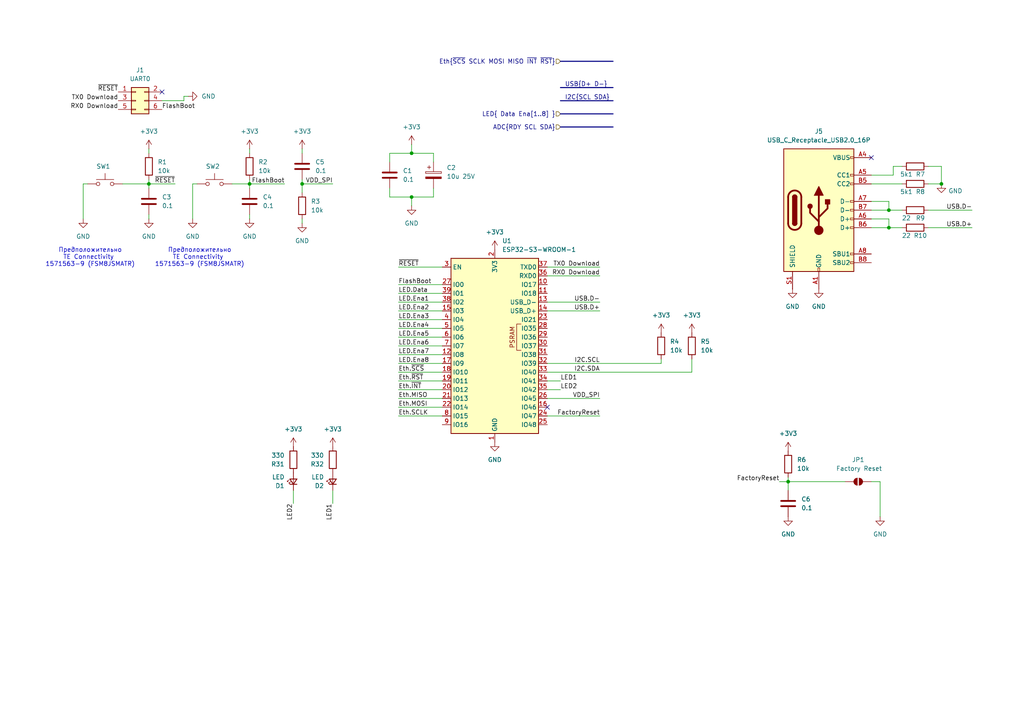
<source format=kicad_sch>
(kicad_sch
	(version 20250114)
	(generator "eeschema")
	(generator_version "9.0")
	(uuid "273aa2ba-c10c-4fa3-934d-ad2137cd79b1")
	(paper "A4")
	(lib_symbols
		(symbol "Connector:USB_C_Receptacle_USB2.0_16P"
			(pin_names
				(offset 1.016)
			)
			(exclude_from_sim no)
			(in_bom yes)
			(on_board yes)
			(property "Reference" "J"
				(at 0 22.225 0)
				(effects
					(font
						(size 1.27 1.27)
					)
				)
			)
			(property "Value" "USB_C_Receptacle_USB2.0_16P"
				(at 0 19.685 0)
				(effects
					(font
						(size 1.27 1.27)
					)
				)
			)
			(property "Footprint" ""
				(at 3.81 0 0)
				(effects
					(font
						(size 1.27 1.27)
					)
					(hide yes)
				)
			)
			(property "Datasheet" "https://www.usb.org/sites/default/files/documents/usb_type-c.zip"
				(at 3.81 0 0)
				(effects
					(font
						(size 1.27 1.27)
					)
					(hide yes)
				)
			)
			(property "Description" "USB 2.0-only 16P Type-C Receptacle connector"
				(at 0 0 0)
				(effects
					(font
						(size 1.27 1.27)
					)
					(hide yes)
				)
			)
			(property "ki_keywords" "usb universal serial bus type-C USB2.0"
				(at 0 0 0)
				(effects
					(font
						(size 1.27 1.27)
					)
					(hide yes)
				)
			)
			(property "ki_fp_filters" "USB*C*Receptacle*"
				(at 0 0 0)
				(effects
					(font
						(size 1.27 1.27)
					)
					(hide yes)
				)
			)
			(symbol "USB_C_Receptacle_USB2.0_16P_0_0"
				(rectangle
					(start -0.254 -17.78)
					(end 0.254 -16.764)
					(stroke
						(width 0)
						(type default)
					)
					(fill
						(type none)
					)
				)
				(rectangle
					(start 10.16 15.494)
					(end 9.144 14.986)
					(stroke
						(width 0)
						(type default)
					)
					(fill
						(type none)
					)
				)
				(rectangle
					(start 10.16 10.414)
					(end 9.144 9.906)
					(stroke
						(width 0)
						(type default)
					)
					(fill
						(type none)
					)
				)
				(rectangle
					(start 10.16 7.874)
					(end 9.144 7.366)
					(stroke
						(width 0)
						(type default)
					)
					(fill
						(type none)
					)
				)
				(rectangle
					(start 10.16 2.794)
					(end 9.144 2.286)
					(stroke
						(width 0)
						(type default)
					)
					(fill
						(type none)
					)
				)
				(rectangle
					(start 10.16 0.254)
					(end 9.144 -0.254)
					(stroke
						(width 0)
						(type default)
					)
					(fill
						(type none)
					)
				)
				(rectangle
					(start 10.16 -2.286)
					(end 9.144 -2.794)
					(stroke
						(width 0)
						(type default)
					)
					(fill
						(type none)
					)
				)
				(rectangle
					(start 10.16 -4.826)
					(end 9.144 -5.334)
					(stroke
						(width 0)
						(type default)
					)
					(fill
						(type none)
					)
				)
				(rectangle
					(start 10.16 -12.446)
					(end 9.144 -12.954)
					(stroke
						(width 0)
						(type default)
					)
					(fill
						(type none)
					)
				)
				(rectangle
					(start 10.16 -14.986)
					(end 9.144 -15.494)
					(stroke
						(width 0)
						(type default)
					)
					(fill
						(type none)
					)
				)
			)
			(symbol "USB_C_Receptacle_USB2.0_16P_0_1"
				(rectangle
					(start -10.16 17.78)
					(end 10.16 -17.78)
					(stroke
						(width 0.254)
						(type default)
					)
					(fill
						(type background)
					)
				)
				(polyline
					(pts
						(xy -8.89 -3.81) (xy -8.89 3.81)
					)
					(stroke
						(width 0.508)
						(type default)
					)
					(fill
						(type none)
					)
				)
				(rectangle
					(start -7.62 -3.81)
					(end -6.35 3.81)
					(stroke
						(width 0.254)
						(type default)
					)
					(fill
						(type outline)
					)
				)
				(arc
					(start -7.62 3.81)
					(mid -6.985 4.4423)
					(end -6.35 3.81)
					(stroke
						(width 0.254)
						(type default)
					)
					(fill
						(type none)
					)
				)
				(arc
					(start -7.62 3.81)
					(mid -6.985 4.4423)
					(end -6.35 3.81)
					(stroke
						(width 0.254)
						(type default)
					)
					(fill
						(type outline)
					)
				)
				(arc
					(start -8.89 3.81)
					(mid -6.985 5.7067)
					(end -5.08 3.81)
					(stroke
						(width 0.508)
						(type default)
					)
					(fill
						(type none)
					)
				)
				(arc
					(start -5.08 -3.81)
					(mid -6.985 -5.7067)
					(end -8.89 -3.81)
					(stroke
						(width 0.508)
						(type default)
					)
					(fill
						(type none)
					)
				)
				(arc
					(start -6.35 -3.81)
					(mid -6.985 -4.4423)
					(end -7.62 -3.81)
					(stroke
						(width 0.254)
						(type default)
					)
					(fill
						(type none)
					)
				)
				(arc
					(start -6.35 -3.81)
					(mid -6.985 -4.4423)
					(end -7.62 -3.81)
					(stroke
						(width 0.254)
						(type default)
					)
					(fill
						(type outline)
					)
				)
				(polyline
					(pts
						(xy -5.08 3.81) (xy -5.08 -3.81)
					)
					(stroke
						(width 0.508)
						(type default)
					)
					(fill
						(type none)
					)
				)
				(circle
					(center -2.54 1.143)
					(radius 0.635)
					(stroke
						(width 0.254)
						(type default)
					)
					(fill
						(type outline)
					)
				)
				(polyline
					(pts
						(xy -1.27 4.318) (xy 0 6.858) (xy 1.27 4.318) (xy -1.27 4.318)
					)
					(stroke
						(width 0.254)
						(type default)
					)
					(fill
						(type outline)
					)
				)
				(polyline
					(pts
						(xy 0 -2.032) (xy 2.54 0.508) (xy 2.54 1.778)
					)
					(stroke
						(width 0.508)
						(type default)
					)
					(fill
						(type none)
					)
				)
				(polyline
					(pts
						(xy 0 -3.302) (xy -2.54 -0.762) (xy -2.54 0.508)
					)
					(stroke
						(width 0.508)
						(type default)
					)
					(fill
						(type none)
					)
				)
				(polyline
					(pts
						(xy 0 -5.842) (xy 0 4.318)
					)
					(stroke
						(width 0.508)
						(type default)
					)
					(fill
						(type none)
					)
				)
				(circle
					(center 0 -5.842)
					(radius 1.27)
					(stroke
						(width 0)
						(type default)
					)
					(fill
						(type outline)
					)
				)
				(rectangle
					(start 1.905 1.778)
					(end 3.175 3.048)
					(stroke
						(width 0.254)
						(type default)
					)
					(fill
						(type outline)
					)
				)
			)
			(symbol "USB_C_Receptacle_USB2.0_16P_1_1"
				(pin passive line
					(at -7.62 -22.86 90)
					(length 5.08)
					(name "SHIELD"
						(effects
							(font
								(size 1.27 1.27)
							)
						)
					)
					(number "S1"
						(effects
							(font
								(size 1.27 1.27)
							)
						)
					)
				)
				(pin passive line
					(at 0 -22.86 90)
					(length 5.08)
					(name "GND"
						(effects
							(font
								(size 1.27 1.27)
							)
						)
					)
					(number "A1"
						(effects
							(font
								(size 1.27 1.27)
							)
						)
					)
				)
				(pin passive line
					(at 0 -22.86 90)
					(length 5.08)
					(hide yes)
					(name "GND"
						(effects
							(font
								(size 1.27 1.27)
							)
						)
					)
					(number "A12"
						(effects
							(font
								(size 1.27 1.27)
							)
						)
					)
				)
				(pin passive line
					(at 0 -22.86 90)
					(length 5.08)
					(hide yes)
					(name "GND"
						(effects
							(font
								(size 1.27 1.27)
							)
						)
					)
					(number "B1"
						(effects
							(font
								(size 1.27 1.27)
							)
						)
					)
				)
				(pin passive line
					(at 0 -22.86 90)
					(length 5.08)
					(hide yes)
					(name "GND"
						(effects
							(font
								(size 1.27 1.27)
							)
						)
					)
					(number "B12"
						(effects
							(font
								(size 1.27 1.27)
							)
						)
					)
				)
				(pin passive line
					(at 15.24 15.24 180)
					(length 5.08)
					(name "VBUS"
						(effects
							(font
								(size 1.27 1.27)
							)
						)
					)
					(number "A4"
						(effects
							(font
								(size 1.27 1.27)
							)
						)
					)
				)
				(pin passive line
					(at 15.24 15.24 180)
					(length 5.08)
					(hide yes)
					(name "VBUS"
						(effects
							(font
								(size 1.27 1.27)
							)
						)
					)
					(number "A9"
						(effects
							(font
								(size 1.27 1.27)
							)
						)
					)
				)
				(pin passive line
					(at 15.24 15.24 180)
					(length 5.08)
					(hide yes)
					(name "VBUS"
						(effects
							(font
								(size 1.27 1.27)
							)
						)
					)
					(number "B4"
						(effects
							(font
								(size 1.27 1.27)
							)
						)
					)
				)
				(pin passive line
					(at 15.24 15.24 180)
					(length 5.08)
					(hide yes)
					(name "VBUS"
						(effects
							(font
								(size 1.27 1.27)
							)
						)
					)
					(number "B9"
						(effects
							(font
								(size 1.27 1.27)
							)
						)
					)
				)
				(pin bidirectional line
					(at 15.24 10.16 180)
					(length 5.08)
					(name "CC1"
						(effects
							(font
								(size 1.27 1.27)
							)
						)
					)
					(number "A5"
						(effects
							(font
								(size 1.27 1.27)
							)
						)
					)
				)
				(pin bidirectional line
					(at 15.24 7.62 180)
					(length 5.08)
					(name "CC2"
						(effects
							(font
								(size 1.27 1.27)
							)
						)
					)
					(number "B5"
						(effects
							(font
								(size 1.27 1.27)
							)
						)
					)
				)
				(pin bidirectional line
					(at 15.24 2.54 180)
					(length 5.08)
					(name "D-"
						(effects
							(font
								(size 1.27 1.27)
							)
						)
					)
					(number "A7"
						(effects
							(font
								(size 1.27 1.27)
							)
						)
					)
				)
				(pin bidirectional line
					(at 15.24 0 180)
					(length 5.08)
					(name "D-"
						(effects
							(font
								(size 1.27 1.27)
							)
						)
					)
					(number "B7"
						(effects
							(font
								(size 1.27 1.27)
							)
						)
					)
				)
				(pin bidirectional line
					(at 15.24 -2.54 180)
					(length 5.08)
					(name "D+"
						(effects
							(font
								(size 1.27 1.27)
							)
						)
					)
					(number "A6"
						(effects
							(font
								(size 1.27 1.27)
							)
						)
					)
				)
				(pin bidirectional line
					(at 15.24 -5.08 180)
					(length 5.08)
					(name "D+"
						(effects
							(font
								(size 1.27 1.27)
							)
						)
					)
					(number "B6"
						(effects
							(font
								(size 1.27 1.27)
							)
						)
					)
				)
				(pin bidirectional line
					(at 15.24 -12.7 180)
					(length 5.08)
					(name "SBU1"
						(effects
							(font
								(size 1.27 1.27)
							)
						)
					)
					(number "A8"
						(effects
							(font
								(size 1.27 1.27)
							)
						)
					)
				)
				(pin bidirectional line
					(at 15.24 -15.24 180)
					(length 5.08)
					(name "SBU2"
						(effects
							(font
								(size 1.27 1.27)
							)
						)
					)
					(number "B8"
						(effects
							(font
								(size 1.27 1.27)
							)
						)
					)
				)
			)
			(embedded_fonts no)
		)
		(symbol "Connector_Generic:Conn_02x03_Odd_Even"
			(pin_names
				(offset 1.016)
				(hide yes)
			)
			(exclude_from_sim no)
			(in_bom yes)
			(on_board yes)
			(property "Reference" "J"
				(at 1.27 5.08 0)
				(effects
					(font
						(size 1.27 1.27)
					)
				)
			)
			(property "Value" "Conn_02x03_Odd_Even"
				(at 1.27 -5.08 0)
				(effects
					(font
						(size 1.27 1.27)
					)
				)
			)
			(property "Footprint" ""
				(at 0 0 0)
				(effects
					(font
						(size 1.27 1.27)
					)
					(hide yes)
				)
			)
			(property "Datasheet" "~"
				(at 0 0 0)
				(effects
					(font
						(size 1.27 1.27)
					)
					(hide yes)
				)
			)
			(property "Description" "Generic connector, double row, 02x03, odd/even pin numbering scheme (row 1 odd numbers, row 2 even numbers), script generated (kicad-library-utils/schlib/autogen/connector/)"
				(at 0 0 0)
				(effects
					(font
						(size 1.27 1.27)
					)
					(hide yes)
				)
			)
			(property "ki_keywords" "connector"
				(at 0 0 0)
				(effects
					(font
						(size 1.27 1.27)
					)
					(hide yes)
				)
			)
			(property "ki_fp_filters" "Connector*:*_2x??_*"
				(at 0 0 0)
				(effects
					(font
						(size 1.27 1.27)
					)
					(hide yes)
				)
			)
			(symbol "Conn_02x03_Odd_Even_1_1"
				(rectangle
					(start -1.27 3.81)
					(end 3.81 -3.81)
					(stroke
						(width 0.254)
						(type default)
					)
					(fill
						(type background)
					)
				)
				(rectangle
					(start -1.27 2.667)
					(end 0 2.413)
					(stroke
						(width 0.1524)
						(type default)
					)
					(fill
						(type none)
					)
				)
				(rectangle
					(start -1.27 0.127)
					(end 0 -0.127)
					(stroke
						(width 0.1524)
						(type default)
					)
					(fill
						(type none)
					)
				)
				(rectangle
					(start -1.27 -2.413)
					(end 0 -2.667)
					(stroke
						(width 0.1524)
						(type default)
					)
					(fill
						(type none)
					)
				)
				(rectangle
					(start 3.81 2.667)
					(end 2.54 2.413)
					(stroke
						(width 0.1524)
						(type default)
					)
					(fill
						(type none)
					)
				)
				(rectangle
					(start 3.81 0.127)
					(end 2.54 -0.127)
					(stroke
						(width 0.1524)
						(type default)
					)
					(fill
						(type none)
					)
				)
				(rectangle
					(start 3.81 -2.413)
					(end 2.54 -2.667)
					(stroke
						(width 0.1524)
						(type default)
					)
					(fill
						(type none)
					)
				)
				(pin passive line
					(at -5.08 2.54 0)
					(length 3.81)
					(name "Pin_1"
						(effects
							(font
								(size 1.27 1.27)
							)
						)
					)
					(number "1"
						(effects
							(font
								(size 1.27 1.27)
							)
						)
					)
				)
				(pin passive line
					(at -5.08 0 0)
					(length 3.81)
					(name "Pin_3"
						(effects
							(font
								(size 1.27 1.27)
							)
						)
					)
					(number "3"
						(effects
							(font
								(size 1.27 1.27)
							)
						)
					)
				)
				(pin passive line
					(at -5.08 -2.54 0)
					(length 3.81)
					(name "Pin_5"
						(effects
							(font
								(size 1.27 1.27)
							)
						)
					)
					(number "5"
						(effects
							(font
								(size 1.27 1.27)
							)
						)
					)
				)
				(pin passive line
					(at 7.62 2.54 180)
					(length 3.81)
					(name "Pin_2"
						(effects
							(font
								(size 1.27 1.27)
							)
						)
					)
					(number "2"
						(effects
							(font
								(size 1.27 1.27)
							)
						)
					)
				)
				(pin passive line
					(at 7.62 0 180)
					(length 3.81)
					(name "Pin_4"
						(effects
							(font
								(size 1.27 1.27)
							)
						)
					)
					(number "4"
						(effects
							(font
								(size 1.27 1.27)
							)
						)
					)
				)
				(pin passive line
					(at 7.62 -2.54 180)
					(length 3.81)
					(name "Pin_6"
						(effects
							(font
								(size 1.27 1.27)
							)
						)
					)
					(number "6"
						(effects
							(font
								(size 1.27 1.27)
							)
						)
					)
				)
			)
			(embedded_fonts no)
		)
		(symbol "Device:C"
			(pin_numbers
				(hide yes)
			)
			(pin_names
				(offset 0.254)
			)
			(exclude_from_sim no)
			(in_bom yes)
			(on_board yes)
			(property "Reference" "C"
				(at 0.635 2.54 0)
				(effects
					(font
						(size 1.27 1.27)
					)
					(justify left)
				)
			)
			(property "Value" "C"
				(at 0.635 -2.54 0)
				(effects
					(font
						(size 1.27 1.27)
					)
					(justify left)
				)
			)
			(property "Footprint" ""
				(at 0.9652 -3.81 0)
				(effects
					(font
						(size 1.27 1.27)
					)
					(hide yes)
				)
			)
			(property "Datasheet" "~"
				(at 0 0 0)
				(effects
					(font
						(size 1.27 1.27)
					)
					(hide yes)
				)
			)
			(property "Description" "Unpolarized capacitor"
				(at 0 0 0)
				(effects
					(font
						(size 1.27 1.27)
					)
					(hide yes)
				)
			)
			(property "ki_keywords" "cap capacitor"
				(at 0 0 0)
				(effects
					(font
						(size 1.27 1.27)
					)
					(hide yes)
				)
			)
			(property "ki_fp_filters" "C_*"
				(at 0 0 0)
				(effects
					(font
						(size 1.27 1.27)
					)
					(hide yes)
				)
			)
			(symbol "C_0_1"
				(polyline
					(pts
						(xy -2.032 0.762) (xy 2.032 0.762)
					)
					(stroke
						(width 0.508)
						(type default)
					)
					(fill
						(type none)
					)
				)
				(polyline
					(pts
						(xy -2.032 -0.762) (xy 2.032 -0.762)
					)
					(stroke
						(width 0.508)
						(type default)
					)
					(fill
						(type none)
					)
				)
			)
			(symbol "C_1_1"
				(pin passive line
					(at 0 3.81 270)
					(length 2.794)
					(name "~"
						(effects
							(font
								(size 1.27 1.27)
							)
						)
					)
					(number "1"
						(effects
							(font
								(size 1.27 1.27)
							)
						)
					)
				)
				(pin passive line
					(at 0 -3.81 90)
					(length 2.794)
					(name "~"
						(effects
							(font
								(size 1.27 1.27)
							)
						)
					)
					(number "2"
						(effects
							(font
								(size 1.27 1.27)
							)
						)
					)
				)
			)
			(embedded_fonts no)
		)
		(symbol "Device:C_Polarized"
			(pin_numbers
				(hide yes)
			)
			(pin_names
				(offset 0.254)
			)
			(exclude_from_sim no)
			(in_bom yes)
			(on_board yes)
			(property "Reference" "C"
				(at 0.635 2.54 0)
				(effects
					(font
						(size 1.27 1.27)
					)
					(justify left)
				)
			)
			(property "Value" "C_Polarized"
				(at 0.635 -2.54 0)
				(effects
					(font
						(size 1.27 1.27)
					)
					(justify left)
				)
			)
			(property "Footprint" ""
				(at 0.9652 -3.81 0)
				(effects
					(font
						(size 1.27 1.27)
					)
					(hide yes)
				)
			)
			(property "Datasheet" "~"
				(at 0 0 0)
				(effects
					(font
						(size 1.27 1.27)
					)
					(hide yes)
				)
			)
			(property "Description" "Polarized capacitor"
				(at 0 0 0)
				(effects
					(font
						(size 1.27 1.27)
					)
					(hide yes)
				)
			)
			(property "ki_keywords" "cap capacitor"
				(at 0 0 0)
				(effects
					(font
						(size 1.27 1.27)
					)
					(hide yes)
				)
			)
			(property "ki_fp_filters" "CP_*"
				(at 0 0 0)
				(effects
					(font
						(size 1.27 1.27)
					)
					(hide yes)
				)
			)
			(symbol "C_Polarized_0_1"
				(rectangle
					(start -2.286 0.508)
					(end 2.286 1.016)
					(stroke
						(width 0)
						(type default)
					)
					(fill
						(type none)
					)
				)
				(polyline
					(pts
						(xy -1.778 2.286) (xy -0.762 2.286)
					)
					(stroke
						(width 0)
						(type default)
					)
					(fill
						(type none)
					)
				)
				(polyline
					(pts
						(xy -1.27 2.794) (xy -1.27 1.778)
					)
					(stroke
						(width 0)
						(type default)
					)
					(fill
						(type none)
					)
				)
				(rectangle
					(start 2.286 -0.508)
					(end -2.286 -1.016)
					(stroke
						(width 0)
						(type default)
					)
					(fill
						(type outline)
					)
				)
			)
			(symbol "C_Polarized_1_1"
				(pin passive line
					(at 0 3.81 270)
					(length 2.794)
					(name "~"
						(effects
							(font
								(size 1.27 1.27)
							)
						)
					)
					(number "1"
						(effects
							(font
								(size 1.27 1.27)
							)
						)
					)
				)
				(pin passive line
					(at 0 -3.81 90)
					(length 2.794)
					(name "~"
						(effects
							(font
								(size 1.27 1.27)
							)
						)
					)
					(number "2"
						(effects
							(font
								(size 1.27 1.27)
							)
						)
					)
				)
			)
			(embedded_fonts no)
		)
		(symbol "Device:R"
			(pin_numbers
				(hide yes)
			)
			(pin_names
				(offset 0)
			)
			(exclude_from_sim no)
			(in_bom yes)
			(on_board yes)
			(property "Reference" "R"
				(at 2.032 0 90)
				(effects
					(font
						(size 1.27 1.27)
					)
				)
			)
			(property "Value" "R"
				(at 0 0 90)
				(effects
					(font
						(size 1.27 1.27)
					)
				)
			)
			(property "Footprint" ""
				(at -1.778 0 90)
				(effects
					(font
						(size 1.27 1.27)
					)
					(hide yes)
				)
			)
			(property "Datasheet" "~"
				(at 0 0 0)
				(effects
					(font
						(size 1.27 1.27)
					)
					(hide yes)
				)
			)
			(property "Description" "Resistor"
				(at 0 0 0)
				(effects
					(font
						(size 1.27 1.27)
					)
					(hide yes)
				)
			)
			(property "ki_keywords" "R res resistor"
				(at 0 0 0)
				(effects
					(font
						(size 1.27 1.27)
					)
					(hide yes)
				)
			)
			(property "ki_fp_filters" "R_*"
				(at 0 0 0)
				(effects
					(font
						(size 1.27 1.27)
					)
					(hide yes)
				)
			)
			(symbol "R_0_1"
				(rectangle
					(start -1.016 -2.54)
					(end 1.016 2.54)
					(stroke
						(width 0.254)
						(type default)
					)
					(fill
						(type none)
					)
				)
			)
			(symbol "R_1_1"
				(pin passive line
					(at 0 3.81 270)
					(length 1.27)
					(name "~"
						(effects
							(font
								(size 1.27 1.27)
							)
						)
					)
					(number "1"
						(effects
							(font
								(size 1.27 1.27)
							)
						)
					)
				)
				(pin passive line
					(at 0 -3.81 90)
					(length 1.27)
					(name "~"
						(effects
							(font
								(size 1.27 1.27)
							)
						)
					)
					(number "2"
						(effects
							(font
								(size 1.27 1.27)
							)
						)
					)
				)
			)
			(embedded_fonts no)
		)
		(symbol "Jumper:SolderJumper_2_Open"
			(pin_numbers
				(hide yes)
			)
			(pin_names
				(offset 0)
				(hide yes)
			)
			(exclude_from_sim no)
			(in_bom no)
			(on_board yes)
			(property "Reference" "JP"
				(at 0 2.032 0)
				(effects
					(font
						(size 1.27 1.27)
					)
				)
			)
			(property "Value" "SolderJumper_2_Open"
				(at 0 -2.54 0)
				(effects
					(font
						(size 1.27 1.27)
					)
				)
			)
			(property "Footprint" ""
				(at 0 0 0)
				(effects
					(font
						(size 1.27 1.27)
					)
					(hide yes)
				)
			)
			(property "Datasheet" "~"
				(at 0 0 0)
				(effects
					(font
						(size 1.27 1.27)
					)
					(hide yes)
				)
			)
			(property "Description" "Solder Jumper, 2-pole, open"
				(at 0 0 0)
				(effects
					(font
						(size 1.27 1.27)
					)
					(hide yes)
				)
			)
			(property "ki_keywords" "solder jumper SPST"
				(at 0 0 0)
				(effects
					(font
						(size 1.27 1.27)
					)
					(hide yes)
				)
			)
			(property "ki_fp_filters" "SolderJumper*Open*"
				(at 0 0 0)
				(effects
					(font
						(size 1.27 1.27)
					)
					(hide yes)
				)
			)
			(symbol "SolderJumper_2_Open_0_1"
				(polyline
					(pts
						(xy -0.254 1.016) (xy -0.254 -1.016)
					)
					(stroke
						(width 0)
						(type default)
					)
					(fill
						(type none)
					)
				)
				(arc
					(start -0.254 -1.016)
					(mid -1.2656 0)
					(end -0.254 1.016)
					(stroke
						(width 0)
						(type default)
					)
					(fill
						(type none)
					)
				)
				(arc
					(start -0.254 -1.016)
					(mid -1.2656 0)
					(end -0.254 1.016)
					(stroke
						(width 0)
						(type default)
					)
					(fill
						(type outline)
					)
				)
				(arc
					(start 0.254 1.016)
					(mid 1.2656 0)
					(end 0.254 -1.016)
					(stroke
						(width 0)
						(type default)
					)
					(fill
						(type none)
					)
				)
				(arc
					(start 0.254 1.016)
					(mid 1.2656 0)
					(end 0.254 -1.016)
					(stroke
						(width 0)
						(type default)
					)
					(fill
						(type outline)
					)
				)
				(polyline
					(pts
						(xy 0.254 1.016) (xy 0.254 -1.016)
					)
					(stroke
						(width 0)
						(type default)
					)
					(fill
						(type none)
					)
				)
			)
			(symbol "SolderJumper_2_Open_1_1"
				(pin passive line
					(at -3.81 0 0)
					(length 2.54)
					(name "A"
						(effects
							(font
								(size 1.27 1.27)
							)
						)
					)
					(number "1"
						(effects
							(font
								(size 1.27 1.27)
							)
						)
					)
				)
				(pin passive line
					(at 3.81 0 180)
					(length 2.54)
					(name "B"
						(effects
							(font
								(size 1.27 1.27)
							)
						)
					)
					(number "2"
						(effects
							(font
								(size 1.27 1.27)
							)
						)
					)
				)
			)
			(embedded_fonts no)
		)
		(symbol "PCM_SparkFun-LED:LED"
			(pin_numbers
				(hide yes)
			)
			(pin_names
				(offset 1.016)
				(hide yes)
			)
			(exclude_from_sim no)
			(in_bom yes)
			(on_board yes)
			(property "Reference" "D"
				(at 0 2.54 0)
				(effects
					(font
						(size 1.27 1.27)
					)
				)
			)
			(property "Value" "LED"
				(at 0 -2.54 0)
				(effects
					(font
						(size 1.27 1.27)
					)
				)
			)
			(property "Footprint" "PCM_SparkFun-LED:LED_0603_1608Metric"
				(at 0 -5.08 0)
				(effects
					(font
						(size 1.27 1.27)
					)
					(hide yes)
				)
			)
			(property "Datasheet" "~"
				(at 0 -7.62 0)
				(effects
					(font
						(size 1.27 1.27)
					)
					(hide yes)
				)
			)
			(property "Description" "Light emitting diode"
				(at 0 -12.7 0)
				(effects
					(font
						(size 1.27 1.27)
					)
					(hide yes)
				)
			)
			(property "PROD_ID" "LED-"
				(at 0 -10.16 0)
				(effects
					(font
						(size 1.27 1.27)
					)
					(hide yes)
				)
			)
			(property "ki_keywords" "SparkFun LED diode"
				(at 0 0 0)
				(effects
					(font
						(size 1.27 1.27)
					)
					(hide yes)
				)
			)
			(property "ki_fp_filters" "LED* LED_SMD:* LED_THT:*"
				(at 0 0 0)
				(effects
					(font
						(size 1.27 1.27)
					)
					(hide yes)
				)
			)
			(symbol "LED_0_1"
				(polyline
					(pts
						(xy -0.762 -1.016) (xy -0.762 1.016)
					)
					(stroke
						(width 0.254)
						(type default)
					)
					(fill
						(type none)
					)
				)
				(polyline
					(pts
						(xy 0 0.762) (xy -0.508 1.27) (xy -0.254 1.27) (xy -0.508 1.27) (xy -0.508 1.016)
					)
					(stroke
						(width 0)
						(type default)
					)
					(fill
						(type none)
					)
				)
				(polyline
					(pts
						(xy 0.508 1.27) (xy 0 1.778) (xy 0.254 1.778) (xy 0 1.778) (xy 0 1.524)
					)
					(stroke
						(width 0)
						(type default)
					)
					(fill
						(type none)
					)
				)
				(polyline
					(pts
						(xy 0.762 -1.016) (xy -0.762 0) (xy 0.762 1.016) (xy 0.762 -1.016)
					)
					(stroke
						(width 0.254)
						(type default)
					)
					(fill
						(type none)
					)
				)
				(polyline
					(pts
						(xy 1.016 0) (xy -0.762 0)
					)
					(stroke
						(width 0)
						(type default)
					)
					(fill
						(type none)
					)
				)
			)
			(symbol "LED_1_1"
				(pin passive line
					(at -2.54 0 0)
					(length 1.778)
					(name "K"
						(effects
							(font
								(size 1.27 1.27)
							)
						)
					)
					(number "1"
						(effects
							(font
								(size 1.27 1.27)
							)
						)
					)
				)
				(pin passive line
					(at 2.54 0 180)
					(length 1.778)
					(name "A"
						(effects
							(font
								(size 1.27 1.27)
							)
						)
					)
					(number "2"
						(effects
							(font
								(size 1.27 1.27)
							)
						)
					)
				)
			)
			(embedded_fonts no)
		)
		(symbol "RF_Module:ESP32-S3-WROOM-1"
			(exclude_from_sim no)
			(in_bom yes)
			(on_board yes)
			(property "Reference" "U"
				(at -12.7 26.67 0)
				(effects
					(font
						(size 1.27 1.27)
					)
				)
			)
			(property "Value" "ESP32-S3-WROOM-1"
				(at 12.7 26.67 0)
				(effects
					(font
						(size 1.27 1.27)
					)
				)
			)
			(property "Footprint" "RF_Module:ESP32-S3-WROOM-1"
				(at 0 2.54 0)
				(effects
					(font
						(size 1.27 1.27)
					)
					(hide yes)
				)
			)
			(property "Datasheet" "https://www.espressif.com/sites/default/files/documentation/esp32-s3-wroom-1_wroom-1u_datasheet_en.pdf"
				(at 0 0 0)
				(effects
					(font
						(size 1.27 1.27)
					)
					(hide yes)
				)
			)
			(property "Description" "RF Module, ESP32-S3 SoC, Wi-Fi 802.11b/g/n, Bluetooth, BLE, 32-bit, 3.3V, onboard antenna, SMD"
				(at 0 0 0)
				(effects
					(font
						(size 1.27 1.27)
					)
					(hide yes)
				)
			)
			(property "ki_keywords" "RF Radio BT ESP ESP32-S3 Espressif onboard PCB antenna"
				(at 0 0 0)
				(effects
					(font
						(size 1.27 1.27)
					)
					(hide yes)
				)
			)
			(property "ki_fp_filters" "ESP32?S3?WROOM?1*"
				(at 0 0 0)
				(effects
					(font
						(size 1.27 1.27)
					)
					(hide yes)
				)
			)
			(symbol "ESP32-S3-WROOM-1_0_0"
				(rectangle
					(start -12.7 25.4)
					(end 12.7 -25.4)
					(stroke
						(width 0.254)
						(type default)
					)
					(fill
						(type background)
					)
				)
				(text "PSRAM"
					(at 5.08 2.54 900)
					(effects
						(font
							(size 1.27 1.27)
						)
					)
				)
			)
			(symbol "ESP32-S3-WROOM-1_0_1"
				(polyline
					(pts
						(xy 7.62 -1.27) (xy 6.35 -1.27) (xy 6.35 6.35) (xy 7.62 6.35)
					)
					(stroke
						(width 0)
						(type default)
					)
					(fill
						(type none)
					)
				)
			)
			(symbol "ESP32-S3-WROOM-1_1_1"
				(pin input line
					(at -15.24 22.86 0)
					(length 2.54)
					(name "EN"
						(effects
							(font
								(size 1.27 1.27)
							)
						)
					)
					(number "3"
						(effects
							(font
								(size 1.27 1.27)
							)
						)
					)
				)
				(pin bidirectional line
					(at -15.24 17.78 0)
					(length 2.54)
					(name "IO0"
						(effects
							(font
								(size 1.27 1.27)
							)
						)
					)
					(number "27"
						(effects
							(font
								(size 1.27 1.27)
							)
						)
					)
				)
				(pin bidirectional line
					(at -15.24 15.24 0)
					(length 2.54)
					(name "IO1"
						(effects
							(font
								(size 1.27 1.27)
							)
						)
					)
					(number "39"
						(effects
							(font
								(size 1.27 1.27)
							)
						)
					)
				)
				(pin bidirectional line
					(at -15.24 12.7 0)
					(length 2.54)
					(name "IO2"
						(effects
							(font
								(size 1.27 1.27)
							)
						)
					)
					(number "38"
						(effects
							(font
								(size 1.27 1.27)
							)
						)
					)
				)
				(pin bidirectional line
					(at -15.24 10.16 0)
					(length 2.54)
					(name "IO3"
						(effects
							(font
								(size 1.27 1.27)
							)
						)
					)
					(number "15"
						(effects
							(font
								(size 1.27 1.27)
							)
						)
					)
				)
				(pin bidirectional line
					(at -15.24 7.62 0)
					(length 2.54)
					(name "IO4"
						(effects
							(font
								(size 1.27 1.27)
							)
						)
					)
					(number "4"
						(effects
							(font
								(size 1.27 1.27)
							)
						)
					)
				)
				(pin bidirectional line
					(at -15.24 5.08 0)
					(length 2.54)
					(name "IO5"
						(effects
							(font
								(size 1.27 1.27)
							)
						)
					)
					(number "5"
						(effects
							(font
								(size 1.27 1.27)
							)
						)
					)
				)
				(pin bidirectional line
					(at -15.24 2.54 0)
					(length 2.54)
					(name "IO6"
						(effects
							(font
								(size 1.27 1.27)
							)
						)
					)
					(number "6"
						(effects
							(font
								(size 1.27 1.27)
							)
						)
					)
				)
				(pin bidirectional line
					(at -15.24 0 0)
					(length 2.54)
					(name "IO7"
						(effects
							(font
								(size 1.27 1.27)
							)
						)
					)
					(number "7"
						(effects
							(font
								(size 1.27 1.27)
							)
						)
					)
				)
				(pin bidirectional line
					(at -15.24 -2.54 0)
					(length 2.54)
					(name "IO8"
						(effects
							(font
								(size 1.27 1.27)
							)
						)
					)
					(number "12"
						(effects
							(font
								(size 1.27 1.27)
							)
						)
					)
				)
				(pin bidirectional line
					(at -15.24 -5.08 0)
					(length 2.54)
					(name "IO9"
						(effects
							(font
								(size 1.27 1.27)
							)
						)
					)
					(number "17"
						(effects
							(font
								(size 1.27 1.27)
							)
						)
					)
				)
				(pin bidirectional line
					(at -15.24 -7.62 0)
					(length 2.54)
					(name "IO10"
						(effects
							(font
								(size 1.27 1.27)
							)
						)
					)
					(number "18"
						(effects
							(font
								(size 1.27 1.27)
							)
						)
					)
				)
				(pin bidirectional line
					(at -15.24 -10.16 0)
					(length 2.54)
					(name "IO11"
						(effects
							(font
								(size 1.27 1.27)
							)
						)
					)
					(number "19"
						(effects
							(font
								(size 1.27 1.27)
							)
						)
					)
				)
				(pin bidirectional line
					(at -15.24 -12.7 0)
					(length 2.54)
					(name "IO12"
						(effects
							(font
								(size 1.27 1.27)
							)
						)
					)
					(number "20"
						(effects
							(font
								(size 1.27 1.27)
							)
						)
					)
				)
				(pin bidirectional line
					(at -15.24 -15.24 0)
					(length 2.54)
					(name "IO13"
						(effects
							(font
								(size 1.27 1.27)
							)
						)
					)
					(number "21"
						(effects
							(font
								(size 1.27 1.27)
							)
						)
					)
				)
				(pin bidirectional line
					(at -15.24 -17.78 0)
					(length 2.54)
					(name "IO14"
						(effects
							(font
								(size 1.27 1.27)
							)
						)
					)
					(number "22"
						(effects
							(font
								(size 1.27 1.27)
							)
						)
					)
				)
				(pin bidirectional line
					(at -15.24 -20.32 0)
					(length 2.54)
					(name "IO15"
						(effects
							(font
								(size 1.27 1.27)
							)
						)
					)
					(number "8"
						(effects
							(font
								(size 1.27 1.27)
							)
						)
					)
				)
				(pin bidirectional line
					(at -15.24 -22.86 0)
					(length 2.54)
					(name "IO16"
						(effects
							(font
								(size 1.27 1.27)
							)
						)
					)
					(number "9"
						(effects
							(font
								(size 1.27 1.27)
							)
						)
					)
				)
				(pin power_in line
					(at 0 27.94 270)
					(length 2.54)
					(name "3V3"
						(effects
							(font
								(size 1.27 1.27)
							)
						)
					)
					(number "2"
						(effects
							(font
								(size 1.27 1.27)
							)
						)
					)
				)
				(pin power_in line
					(at 0 -27.94 90)
					(length 2.54)
					(name "GND"
						(effects
							(font
								(size 1.27 1.27)
							)
						)
					)
					(number "1"
						(effects
							(font
								(size 1.27 1.27)
							)
						)
					)
				)
				(pin passive line
					(at 0 -27.94 90)
					(length 2.54)
					(hide yes)
					(name "GND"
						(effects
							(font
								(size 1.27 1.27)
							)
						)
					)
					(number "40"
						(effects
							(font
								(size 1.27 1.27)
							)
						)
					)
				)
				(pin passive line
					(at 0 -27.94 90)
					(length 2.54)
					(hide yes)
					(name "GND"
						(effects
							(font
								(size 1.27 1.27)
							)
						)
					)
					(number "41"
						(effects
							(font
								(size 1.27 1.27)
							)
						)
					)
				)
				(pin bidirectional line
					(at 15.24 22.86 180)
					(length 2.54)
					(name "TXD0"
						(effects
							(font
								(size 1.27 1.27)
							)
						)
					)
					(number "37"
						(effects
							(font
								(size 1.27 1.27)
							)
						)
					)
				)
				(pin bidirectional line
					(at 15.24 20.32 180)
					(length 2.54)
					(name "RXD0"
						(effects
							(font
								(size 1.27 1.27)
							)
						)
					)
					(number "36"
						(effects
							(font
								(size 1.27 1.27)
							)
						)
					)
				)
				(pin bidirectional line
					(at 15.24 17.78 180)
					(length 2.54)
					(name "IO17"
						(effects
							(font
								(size 1.27 1.27)
							)
						)
					)
					(number "10"
						(effects
							(font
								(size 1.27 1.27)
							)
						)
					)
				)
				(pin bidirectional line
					(at 15.24 15.24 180)
					(length 2.54)
					(name "IO18"
						(effects
							(font
								(size 1.27 1.27)
							)
						)
					)
					(number "11"
						(effects
							(font
								(size 1.27 1.27)
							)
						)
					)
				)
				(pin bidirectional line
					(at 15.24 12.7 180)
					(length 2.54)
					(name "USB_D-"
						(effects
							(font
								(size 1.27 1.27)
							)
						)
					)
					(number "13"
						(effects
							(font
								(size 1.27 1.27)
							)
						)
					)
					(alternate "IO19" bidirectional line)
				)
				(pin bidirectional line
					(at 15.24 10.16 180)
					(length 2.54)
					(name "USB_D+"
						(effects
							(font
								(size 1.27 1.27)
							)
						)
					)
					(number "14"
						(effects
							(font
								(size 1.27 1.27)
							)
						)
					)
					(alternate "IO20" bidirectional line)
				)
				(pin bidirectional line
					(at 15.24 7.62 180)
					(length 2.54)
					(name "IO21"
						(effects
							(font
								(size 1.27 1.27)
							)
						)
					)
					(number "23"
						(effects
							(font
								(size 1.27 1.27)
							)
						)
					)
				)
				(pin bidirectional line
					(at 15.24 5.08 180)
					(length 2.54)
					(name "IO35"
						(effects
							(font
								(size 1.27 1.27)
							)
						)
					)
					(number "28"
						(effects
							(font
								(size 1.27 1.27)
							)
						)
					)
				)
				(pin bidirectional line
					(at 15.24 2.54 180)
					(length 2.54)
					(name "IO36"
						(effects
							(font
								(size 1.27 1.27)
							)
						)
					)
					(number "29"
						(effects
							(font
								(size 1.27 1.27)
							)
						)
					)
				)
				(pin bidirectional line
					(at 15.24 0 180)
					(length 2.54)
					(name "IO37"
						(effects
							(font
								(size 1.27 1.27)
							)
						)
					)
					(number "30"
						(effects
							(font
								(size 1.27 1.27)
							)
						)
					)
				)
				(pin bidirectional line
					(at 15.24 -2.54 180)
					(length 2.54)
					(name "IO38"
						(effects
							(font
								(size 1.27 1.27)
							)
						)
					)
					(number "31"
						(effects
							(font
								(size 1.27 1.27)
							)
						)
					)
				)
				(pin bidirectional line
					(at 15.24 -5.08 180)
					(length 2.54)
					(name "IO39"
						(effects
							(font
								(size 1.27 1.27)
							)
						)
					)
					(number "32"
						(effects
							(font
								(size 1.27 1.27)
							)
						)
					)
				)
				(pin bidirectional line
					(at 15.24 -7.62 180)
					(length 2.54)
					(name "IO40"
						(effects
							(font
								(size 1.27 1.27)
							)
						)
					)
					(number "33"
						(effects
							(font
								(size 1.27 1.27)
							)
						)
					)
				)
				(pin bidirectional line
					(at 15.24 -10.16 180)
					(length 2.54)
					(name "IO41"
						(effects
							(font
								(size 1.27 1.27)
							)
						)
					)
					(number "34"
						(effects
							(font
								(size 1.27 1.27)
							)
						)
					)
				)
				(pin bidirectional line
					(at 15.24 -12.7 180)
					(length 2.54)
					(name "IO42"
						(effects
							(font
								(size 1.27 1.27)
							)
						)
					)
					(number "35"
						(effects
							(font
								(size 1.27 1.27)
							)
						)
					)
				)
				(pin bidirectional line
					(at 15.24 -15.24 180)
					(length 2.54)
					(name "IO45"
						(effects
							(font
								(size 1.27 1.27)
							)
						)
					)
					(number "26"
						(effects
							(font
								(size 1.27 1.27)
							)
						)
					)
				)
				(pin bidirectional line
					(at 15.24 -17.78 180)
					(length 2.54)
					(name "IO46"
						(effects
							(font
								(size 1.27 1.27)
							)
						)
					)
					(number "16"
						(effects
							(font
								(size 1.27 1.27)
							)
						)
					)
				)
				(pin bidirectional line
					(at 15.24 -20.32 180)
					(length 2.54)
					(name "IO47"
						(effects
							(font
								(size 1.27 1.27)
							)
						)
					)
					(number "24"
						(effects
							(font
								(size 1.27 1.27)
							)
						)
					)
				)
				(pin bidirectional line
					(at 15.24 -22.86 180)
					(length 2.54)
					(name "IO48"
						(effects
							(font
								(size 1.27 1.27)
							)
						)
					)
					(number "25"
						(effects
							(font
								(size 1.27 1.27)
							)
						)
					)
				)
			)
			(embedded_fonts no)
		)
		(symbol "Switch:SW_Push"
			(pin_numbers
				(hide yes)
			)
			(pin_names
				(offset 1.016)
				(hide yes)
			)
			(exclude_from_sim no)
			(in_bom yes)
			(on_board yes)
			(property "Reference" "SW"
				(at 1.27 2.54 0)
				(effects
					(font
						(size 1.27 1.27)
					)
					(justify left)
				)
			)
			(property "Value" "SW_Push"
				(at 0 -1.524 0)
				(effects
					(font
						(size 1.27 1.27)
					)
				)
			)
			(property "Footprint" ""
				(at 0 5.08 0)
				(effects
					(font
						(size 1.27 1.27)
					)
					(hide yes)
				)
			)
			(property "Datasheet" "~"
				(at 0 5.08 0)
				(effects
					(font
						(size 1.27 1.27)
					)
					(hide yes)
				)
			)
			(property "Description" "Push button switch, generic, two pins"
				(at 0 0 0)
				(effects
					(font
						(size 1.27 1.27)
					)
					(hide yes)
				)
			)
			(property "ki_keywords" "switch normally-open pushbutton push-button"
				(at 0 0 0)
				(effects
					(font
						(size 1.27 1.27)
					)
					(hide yes)
				)
			)
			(symbol "SW_Push_0_1"
				(circle
					(center -2.032 0)
					(radius 0.508)
					(stroke
						(width 0)
						(type default)
					)
					(fill
						(type none)
					)
				)
				(polyline
					(pts
						(xy 0 1.27) (xy 0 3.048)
					)
					(stroke
						(width 0)
						(type default)
					)
					(fill
						(type none)
					)
				)
				(circle
					(center 2.032 0)
					(radius 0.508)
					(stroke
						(width 0)
						(type default)
					)
					(fill
						(type none)
					)
				)
				(polyline
					(pts
						(xy 2.54 1.27) (xy -2.54 1.27)
					)
					(stroke
						(width 0)
						(type default)
					)
					(fill
						(type none)
					)
				)
				(pin passive line
					(at -5.08 0 0)
					(length 2.54)
					(name "1"
						(effects
							(font
								(size 1.27 1.27)
							)
						)
					)
					(number "1"
						(effects
							(font
								(size 1.27 1.27)
							)
						)
					)
				)
				(pin passive line
					(at 5.08 0 180)
					(length 2.54)
					(name "2"
						(effects
							(font
								(size 1.27 1.27)
							)
						)
					)
					(number "2"
						(effects
							(font
								(size 1.27 1.27)
							)
						)
					)
				)
			)
			(embedded_fonts no)
		)
		(symbol "power:+3V3"
			(power)
			(pin_numbers
				(hide yes)
			)
			(pin_names
				(offset 0)
				(hide yes)
			)
			(exclude_from_sim no)
			(in_bom yes)
			(on_board yes)
			(property "Reference" "#PWR"
				(at 0 -3.81 0)
				(effects
					(font
						(size 1.27 1.27)
					)
					(hide yes)
				)
			)
			(property "Value" "+3V3"
				(at 0 3.556 0)
				(effects
					(font
						(size 1.27 1.27)
					)
				)
			)
			(property "Footprint" ""
				(at 0 0 0)
				(effects
					(font
						(size 1.27 1.27)
					)
					(hide yes)
				)
			)
			(property "Datasheet" ""
				(at 0 0 0)
				(effects
					(font
						(size 1.27 1.27)
					)
					(hide yes)
				)
			)
			(property "Description" "Power symbol creates a global label with name \"+3V3\""
				(at 0 0 0)
				(effects
					(font
						(size 1.27 1.27)
					)
					(hide yes)
				)
			)
			(property "ki_keywords" "global power"
				(at 0 0 0)
				(effects
					(font
						(size 1.27 1.27)
					)
					(hide yes)
				)
			)
			(symbol "+3V3_0_1"
				(polyline
					(pts
						(xy -0.762 1.27) (xy 0 2.54)
					)
					(stroke
						(width 0)
						(type default)
					)
					(fill
						(type none)
					)
				)
				(polyline
					(pts
						(xy 0 2.54) (xy 0.762 1.27)
					)
					(stroke
						(width 0)
						(type default)
					)
					(fill
						(type none)
					)
				)
				(polyline
					(pts
						(xy 0 0) (xy 0 2.54)
					)
					(stroke
						(width 0)
						(type default)
					)
					(fill
						(type none)
					)
				)
			)
			(symbol "+3V3_1_1"
				(pin power_in line
					(at 0 0 90)
					(length 0)
					(name "~"
						(effects
							(font
								(size 1.27 1.27)
							)
						)
					)
					(number "1"
						(effects
							(font
								(size 1.27 1.27)
							)
						)
					)
				)
			)
			(embedded_fonts no)
		)
		(symbol "power:GND"
			(power)
			(pin_numbers
				(hide yes)
			)
			(pin_names
				(offset 0)
				(hide yes)
			)
			(exclude_from_sim no)
			(in_bom yes)
			(on_board yes)
			(property "Reference" "#PWR"
				(at 0 -6.35 0)
				(effects
					(font
						(size 1.27 1.27)
					)
					(hide yes)
				)
			)
			(property "Value" "GND"
				(at 0 -3.81 0)
				(effects
					(font
						(size 1.27 1.27)
					)
				)
			)
			(property "Footprint" ""
				(at 0 0 0)
				(effects
					(font
						(size 1.27 1.27)
					)
					(hide yes)
				)
			)
			(property "Datasheet" ""
				(at 0 0 0)
				(effects
					(font
						(size 1.27 1.27)
					)
					(hide yes)
				)
			)
			(property "Description" "Power symbol creates a global label with name \"GND\" , ground"
				(at 0 0 0)
				(effects
					(font
						(size 1.27 1.27)
					)
					(hide yes)
				)
			)
			(property "ki_keywords" "global power"
				(at 0 0 0)
				(effects
					(font
						(size 1.27 1.27)
					)
					(hide yes)
				)
			)
			(symbol "GND_0_1"
				(polyline
					(pts
						(xy 0 0) (xy 0 -1.27) (xy 1.27 -1.27) (xy 0 -2.54) (xy -1.27 -1.27) (xy 0 -1.27)
					)
					(stroke
						(width 0)
						(type default)
					)
					(fill
						(type none)
					)
				)
			)
			(symbol "GND_1_1"
				(pin power_in line
					(at 0 0 270)
					(length 0)
					(name "~"
						(effects
							(font
								(size 1.27 1.27)
							)
						)
					)
					(number "1"
						(effects
							(font
								(size 1.27 1.27)
							)
						)
					)
				)
			)
			(embedded_fonts no)
		)
	)
	(text "Предположительно\nTE Connectivity \n1571563-9 (FSM8JSMATR)"
		(exclude_from_sim no)
		(at 26.162 74.676 0)
		(effects
			(font
				(size 1.27 1.27)
			)
		)
		(uuid "49ad6365-17ab-4296-80b5-8e3bad00eae3")
	)
	(text "Предположительно\nTE Connectivity \n1571563-9 (FSM8JSMATR)"
		(exclude_from_sim no)
		(at 57.912 74.676 0)
		(effects
			(font
				(size 1.27 1.27)
			)
		)
		(uuid "4c694b30-2260-4783-bbb6-f7e0d092d944")
	)
	(junction
		(at 119.38 57.15)
		(diameter 0)
		(color 0 0 0 0)
		(uuid "067ca25b-dc8b-4824-b41a-4aa191adb365")
	)
	(junction
		(at 228.6 139.7)
		(diameter 0)
		(color 0 0 0 0)
		(uuid "6997e720-5ec6-4362-ab22-0d532ec1fd8e")
	)
	(junction
		(at 273.05 53.34)
		(diameter 0)
		(color 0 0 0 0)
		(uuid "6b861455-5618-434b-8177-cba5a94a8df5")
	)
	(junction
		(at 87.63 53.34)
		(diameter 0)
		(color 0 0 0 0)
		(uuid "7fb9bc07-3916-4d9b-b4a0-82c8961f32f7")
	)
	(junction
		(at 43.18 53.34)
		(diameter 0)
		(color 0 0 0 0)
		(uuid "955f25c2-6e98-4e49-8618-e83005cc3bda")
	)
	(junction
		(at 119.38 44.45)
		(diameter 0)
		(color 0 0 0 0)
		(uuid "97cf71a5-fe6e-473c-be9e-34b56afafc37")
	)
	(junction
		(at 257.81 66.04)
		(diameter 0)
		(color 0 0 0 0)
		(uuid "a67c31d7-c44e-4f40-afa3-336f20b13533")
	)
	(junction
		(at 72.39 53.34)
		(diameter 0)
		(color 0 0 0 0)
		(uuid "bb31c9ff-e834-43d6-b07c-4280d1c4641a")
	)
	(junction
		(at 257.81 60.96)
		(diameter 0)
		(color 0 0 0 0)
		(uuid "e4dc4ef4-6343-457f-92da-d15e511aabfd")
	)
	(no_connect
		(at 46.99 26.67)
		(uuid "18102731-5a1e-4f29-b30b-adacd2677262")
	)
	(no_connect
		(at 158.75 118.11)
		(uuid "318fda48-9226-4c25-b3b0-9b6f1025164b")
	)
	(no_connect
		(at 252.73 45.72)
		(uuid "387e076a-ecb9-4db0-b5c7-8a40f32f3f88")
	)
	(wire
		(pts
			(xy 72.39 53.34) (xy 72.39 54.61)
		)
		(stroke
			(width 0)
			(type default)
		)
		(uuid "012ceeb3-d2b5-405c-a5b6-0a919924b907")
	)
	(wire
		(pts
			(xy 115.57 100.33) (xy 128.27 100.33)
		)
		(stroke
			(width 0)
			(type default)
		)
		(uuid "0300143e-3a7f-46ce-ba42-33528f02af5c")
	)
	(wire
		(pts
			(xy 281.94 60.96) (xy 269.24 60.96)
		)
		(stroke
			(width 0)
			(type default)
		)
		(uuid "0434a3c0-b697-4353-a8d2-4d672b9dcb62")
	)
	(wire
		(pts
			(xy 173.99 80.01) (xy 158.75 80.01)
		)
		(stroke
			(width 0)
			(type default)
		)
		(uuid "099e5625-4ae9-40bd-abcf-a21c818593a0")
	)
	(wire
		(pts
			(xy 87.63 43.18) (xy 87.63 44.45)
		)
		(stroke
			(width 0)
			(type default)
		)
		(uuid "0f33711e-1846-491f-9fe8-eb31300d7a53")
	)
	(wire
		(pts
			(xy 191.77 104.14) (xy 191.77 105.41)
		)
		(stroke
			(width 0)
			(type default)
		)
		(uuid "10e49e41-48c3-42bc-8e52-ccf5bf2fe4ba")
	)
	(wire
		(pts
			(xy 113.03 57.15) (xy 119.38 57.15)
		)
		(stroke
			(width 0)
			(type default)
		)
		(uuid "14a3f365-a495-42df-ad06-c620775328d7")
	)
	(wire
		(pts
			(xy 226.06 139.7) (xy 228.6 139.7)
		)
		(stroke
			(width 0)
			(type default)
		)
		(uuid "168da9cf-73ef-449c-958e-ac7366a4d512")
	)
	(wire
		(pts
			(xy 115.57 92.71) (xy 128.27 92.71)
		)
		(stroke
			(width 0)
			(type default)
		)
		(uuid "191879f8-6bb5-45af-94a0-4c0ef9a801a0")
	)
	(wire
		(pts
			(xy 54.61 27.94) (xy 53.34 27.94)
		)
		(stroke
			(width 0)
			(type default)
		)
		(uuid "1aadd254-c6cf-46be-bbaa-3761745aeec8")
	)
	(wire
		(pts
			(xy 115.57 85.09) (xy 128.27 85.09)
		)
		(stroke
			(width 0)
			(type default)
		)
		(uuid "1c429243-899b-4506-bdfb-2520c019a7d9")
	)
	(wire
		(pts
			(xy 252.73 63.5) (xy 257.81 63.5)
		)
		(stroke
			(width 0)
			(type default)
		)
		(uuid "1e30ca9e-e8b5-479f-90ab-8784e5967697")
	)
	(wire
		(pts
			(xy 228.6 139.7) (xy 245.11 139.7)
		)
		(stroke
			(width 0)
			(type default)
		)
		(uuid "1eeac46e-eff7-470d-a9cf-218a82cc1f96")
	)
	(wire
		(pts
			(xy 228.6 139.7) (xy 228.6 142.24)
		)
		(stroke
			(width 0)
			(type default)
		)
		(uuid "200cb319-dff1-4af2-b536-2f8e726bf6fa")
	)
	(wire
		(pts
			(xy 50.8 53.34) (xy 43.18 53.34)
		)
		(stroke
			(width 0)
			(type default)
		)
		(uuid "26792026-13db-42d5-8f0c-9c09ba02641b")
	)
	(wire
		(pts
			(xy 119.38 44.45) (xy 125.73 44.45)
		)
		(stroke
			(width 0)
			(type default)
		)
		(uuid "283fa4bb-811d-4663-a7b7-b10ce900fff5")
	)
	(wire
		(pts
			(xy 115.57 77.47) (xy 128.27 77.47)
		)
		(stroke
			(width 0)
			(type default)
		)
		(uuid "28f9dd31-1dc0-41d3-927b-44af8d8f7444")
	)
	(wire
		(pts
			(xy 125.73 57.15) (xy 125.73 54.61)
		)
		(stroke
			(width 0)
			(type default)
		)
		(uuid "29ea55b5-5c5b-4218-b33c-a7465ad978fc")
	)
	(bus
		(pts
			(xy 162.56 17.78) (xy 177.8 17.78)
		)
		(stroke
			(width 0)
			(type default)
		)
		(uuid "31a541e0-bfc4-4117-846b-7eb4a4a8a62c")
	)
	(wire
		(pts
			(xy 72.39 62.23) (xy 72.39 63.5)
		)
		(stroke
			(width 0)
			(type default)
		)
		(uuid "33786770-916e-41da-b722-7fb31c6b7be6")
	)
	(wire
		(pts
			(xy 119.38 57.15) (xy 125.73 57.15)
		)
		(stroke
			(width 0)
			(type default)
		)
		(uuid "37fe7c60-e053-44e2-8f93-4c3b754c6857")
	)
	(wire
		(pts
			(xy 43.18 52.07) (xy 43.18 53.34)
		)
		(stroke
			(width 0)
			(type default)
		)
		(uuid "38bb0228-a3ff-4442-ba01-8979573800fe")
	)
	(wire
		(pts
			(xy 158.75 105.41) (xy 191.77 105.41)
		)
		(stroke
			(width 0)
			(type default)
		)
		(uuid "38bf2a0a-e372-47d7-97b1-1e147b8bf490")
	)
	(wire
		(pts
			(xy 115.57 120.65) (xy 128.27 120.65)
		)
		(stroke
			(width 0)
			(type default)
		)
		(uuid "3922dbcc-e2ca-4564-94b1-c724708d35b4")
	)
	(wire
		(pts
			(xy 43.18 53.34) (xy 35.56 53.34)
		)
		(stroke
			(width 0)
			(type default)
		)
		(uuid "3bd7f1c2-1203-4ce7-b3bd-0b62fda57362")
	)
	(wire
		(pts
			(xy 115.57 115.57) (xy 128.27 115.57)
		)
		(stroke
			(width 0)
			(type default)
		)
		(uuid "3c594d10-1866-4839-a54d-5fb0f3761129")
	)
	(wire
		(pts
			(xy 113.03 54.61) (xy 113.03 57.15)
		)
		(stroke
			(width 0)
			(type default)
		)
		(uuid "3f62dbb5-9464-4524-a2c6-2b3042c4fded")
	)
	(wire
		(pts
			(xy 158.75 87.63) (xy 173.99 87.63)
		)
		(stroke
			(width 0)
			(type default)
		)
		(uuid "3f6345c0-246e-4373-8812-ad983407b98e")
	)
	(wire
		(pts
			(xy 252.73 53.34) (xy 261.62 53.34)
		)
		(stroke
			(width 0)
			(type default)
		)
		(uuid "40534069-75b0-44eb-95a9-869383b6d618")
	)
	(wire
		(pts
			(xy 53.34 29.21) (xy 46.99 29.21)
		)
		(stroke
			(width 0)
			(type default)
		)
		(uuid "40e7caea-ce73-43df-be72-925984ff1b97")
	)
	(wire
		(pts
			(xy 43.18 53.34) (xy 43.18 54.61)
		)
		(stroke
			(width 0)
			(type default)
		)
		(uuid "46b78491-e8a6-41d1-9b91-bd9fe6751776")
	)
	(wire
		(pts
			(xy 55.88 53.34) (xy 55.88 63.5)
		)
		(stroke
			(width 0)
			(type default)
		)
		(uuid "49dd8d6a-5677-4d87-9e38-0cb480462eb2")
	)
	(wire
		(pts
			(xy 257.81 60.96) (xy 261.62 60.96)
		)
		(stroke
			(width 0)
			(type default)
		)
		(uuid "4b79e85b-bc23-4842-9adb-d54c67736da8")
	)
	(wire
		(pts
			(xy 257.81 63.5) (xy 257.81 66.04)
		)
		(stroke
			(width 0)
			(type default)
		)
		(uuid "4d29727f-95f6-4120-a221-3e001a3ada73")
	)
	(bus
		(pts
			(xy 162.56 36.83) (xy 177.8 36.83)
		)
		(stroke
			(width 0)
			(type default)
		)
		(uuid "4f5edcd7-a2dd-4ba3-9d7a-ee34d3f227d8")
	)
	(wire
		(pts
			(xy 115.57 102.87) (xy 128.27 102.87)
		)
		(stroke
			(width 0)
			(type default)
		)
		(uuid "52e3c662-7e63-4a90-a7dc-82ae8a3c6cee")
	)
	(wire
		(pts
			(xy 43.18 43.18) (xy 43.18 44.45)
		)
		(stroke
			(width 0)
			(type default)
		)
		(uuid "57353e7b-fffc-4da1-80d5-e836fc999a39")
	)
	(wire
		(pts
			(xy 57.15 53.34) (xy 55.88 53.34)
		)
		(stroke
			(width 0)
			(type default)
		)
		(uuid "5755a3d4-d39d-46ea-b95d-53964d4d6a50")
	)
	(wire
		(pts
			(xy 115.57 82.55) (xy 128.27 82.55)
		)
		(stroke
			(width 0)
			(type default)
		)
		(uuid "584b4747-48d8-40d3-b0f5-a2a820c4ccab")
	)
	(wire
		(pts
			(xy 119.38 57.15) (xy 119.38 59.69)
		)
		(stroke
			(width 0)
			(type default)
		)
		(uuid "5bf5d4b5-5fc6-43f5-80e5-49e242392c05")
	)
	(wire
		(pts
			(xy 200.66 104.14) (xy 200.66 107.95)
		)
		(stroke
			(width 0)
			(type default)
		)
		(uuid "5dd95942-4259-453a-a778-2df39a7fb53d")
	)
	(wire
		(pts
			(xy 158.75 90.17) (xy 173.99 90.17)
		)
		(stroke
			(width 0)
			(type default)
		)
		(uuid "617115b0-cc9e-4dfc-bb66-9b48916be727")
	)
	(wire
		(pts
			(xy 113.03 44.45) (xy 119.38 44.45)
		)
		(stroke
			(width 0)
			(type default)
		)
		(uuid "680cbca4-070f-4fde-b5c7-957d28649679")
	)
	(wire
		(pts
			(xy 115.57 107.95) (xy 128.27 107.95)
		)
		(stroke
			(width 0)
			(type default)
		)
		(uuid "69858a4c-a378-467d-9370-f5fc33647b52")
	)
	(wire
		(pts
			(xy 82.55 53.34) (xy 72.39 53.34)
		)
		(stroke
			(width 0)
			(type default)
		)
		(uuid "6a9caed9-4916-4d60-9757-2f19ff20b989")
	)
	(wire
		(pts
			(xy 125.73 44.45) (xy 125.73 46.99)
		)
		(stroke
			(width 0)
			(type default)
		)
		(uuid "6d4896a4-66e1-409a-99f0-6dbf698d631f")
	)
	(wire
		(pts
			(xy 252.73 60.96) (xy 257.81 60.96)
		)
		(stroke
			(width 0)
			(type default)
		)
		(uuid "6d7dc2ed-d1ba-4801-a852-a24c48c903a6")
	)
	(wire
		(pts
			(xy 173.99 77.47) (xy 158.75 77.47)
		)
		(stroke
			(width 0)
			(type default)
		)
		(uuid "6e540d9b-7331-4ea5-bf6c-a683222b72f9")
	)
	(wire
		(pts
			(xy 259.08 50.8) (xy 252.73 50.8)
		)
		(stroke
			(width 0)
			(type default)
		)
		(uuid "74d40621-1a2b-418a-989d-597e4df4a2a7")
	)
	(wire
		(pts
			(xy 85.09 146.05) (xy 85.09 142.24)
		)
		(stroke
			(width 0)
			(type default)
		)
		(uuid "79122157-002a-4a46-9dce-5eb22f3a55b7")
	)
	(wire
		(pts
			(xy 115.57 118.11) (xy 128.27 118.11)
		)
		(stroke
			(width 0)
			(type default)
		)
		(uuid "79535647-451f-45bd-8a43-18bca0e318a9")
	)
	(wire
		(pts
			(xy 162.56 110.49) (xy 158.75 110.49)
		)
		(stroke
			(width 0)
			(type default)
		)
		(uuid "79bcf740-a1f9-43ec-8fc8-d394d963822c")
	)
	(wire
		(pts
			(xy 173.99 120.65) (xy 158.75 120.65)
		)
		(stroke
			(width 0)
			(type default)
		)
		(uuid "7b1de5f5-be9a-4b0c-81eb-8da4c9415439")
	)
	(wire
		(pts
			(xy 257.81 58.42) (xy 257.81 60.96)
		)
		(stroke
			(width 0)
			(type default)
		)
		(uuid "7f07fe9f-63d6-4507-8149-bbc45e91b39d")
	)
	(wire
		(pts
			(xy 87.63 53.34) (xy 87.63 55.88)
		)
		(stroke
			(width 0)
			(type default)
		)
		(uuid "7f194b2f-130b-4af1-853b-aa1b13f5bfb4")
	)
	(wire
		(pts
			(xy 273.05 48.26) (xy 273.05 53.34)
		)
		(stroke
			(width 0)
			(type default)
		)
		(uuid "81c140a0-ae33-4752-a8df-2b1d25f77b42")
	)
	(wire
		(pts
			(xy 228.6 138.43) (xy 228.6 139.7)
		)
		(stroke
			(width 0)
			(type default)
		)
		(uuid "8402beae-6965-4348-90bb-3d55d7f84ec4")
	)
	(wire
		(pts
			(xy 24.13 53.34) (xy 24.13 63.5)
		)
		(stroke
			(width 0)
			(type default)
		)
		(uuid "8591a5ef-70d8-469c-9f2e-d3e1c8cad4a0")
	)
	(wire
		(pts
			(xy 115.57 105.41) (xy 128.27 105.41)
		)
		(stroke
			(width 0)
			(type default)
		)
		(uuid "85dbc99a-5d4c-4937-a2ea-4ffb280038b9")
	)
	(wire
		(pts
			(xy 158.75 107.95) (xy 200.66 107.95)
		)
		(stroke
			(width 0)
			(type default)
		)
		(uuid "895ea6a5-b6c3-4173-b8de-91743119b587")
	)
	(wire
		(pts
			(xy 259.08 48.26) (xy 259.08 50.8)
		)
		(stroke
			(width 0)
			(type default)
		)
		(uuid "8a59d1d0-4057-4762-85e4-273549b13c40")
	)
	(wire
		(pts
			(xy 162.56 113.03) (xy 158.75 113.03)
		)
		(stroke
			(width 0)
			(type default)
		)
		(uuid "95ee54d7-a957-495d-87f2-dd802841e429")
	)
	(wire
		(pts
			(xy 281.94 66.04) (xy 269.24 66.04)
		)
		(stroke
			(width 0)
			(type default)
		)
		(uuid "981683fc-36c5-4564-9a98-95a020c2273c")
	)
	(wire
		(pts
			(xy 269.24 48.26) (xy 273.05 48.26)
		)
		(stroke
			(width 0)
			(type default)
		)
		(uuid "9bc3abb1-1c58-4cc1-8ebb-c8a15e524f7c")
	)
	(wire
		(pts
			(xy 115.57 87.63) (xy 128.27 87.63)
		)
		(stroke
			(width 0)
			(type default)
		)
		(uuid "9bcb0273-af69-450f-b3bf-fab8f7527895")
	)
	(wire
		(pts
			(xy 252.73 58.42) (xy 257.81 58.42)
		)
		(stroke
			(width 0)
			(type default)
		)
		(uuid "9ddf9fc9-41a5-4fa0-8a12-01bf0c1e84ab")
	)
	(bus
		(pts
			(xy 162.56 29.21) (xy 177.8 29.21)
		)
		(stroke
			(width 0)
			(type default)
		)
		(uuid "aa3e6b48-3b59-4996-bea9-e28c863007e9")
	)
	(bus
		(pts
			(xy 162.56 33.02) (xy 177.8 33.02)
		)
		(stroke
			(width 0)
			(type default)
		)
		(uuid "ab47fe73-c3e8-4dc0-b4a6-db0cb5693c9f")
	)
	(bus
		(pts
			(xy 162.56 25.4) (xy 177.8 25.4)
		)
		(stroke
			(width 0)
			(type default)
		)
		(uuid "ade7d8c3-5400-4cdf-9935-ae588fce2e7f")
	)
	(wire
		(pts
			(xy 43.18 62.23) (xy 43.18 63.5)
		)
		(stroke
			(width 0)
			(type default)
		)
		(uuid "b16ee44c-1b51-4ca2-8b99-eb74f3b6fd5f")
	)
	(wire
		(pts
			(xy 72.39 52.07) (xy 72.39 53.34)
		)
		(stroke
			(width 0)
			(type default)
		)
		(uuid "b4260806-efc2-4b96-862c-6d830d7a2eeb")
	)
	(wire
		(pts
			(xy 173.99 115.57) (xy 158.75 115.57)
		)
		(stroke
			(width 0)
			(type default)
		)
		(uuid "b7733050-0aea-4731-b8ae-5946f7c472cd")
	)
	(wire
		(pts
			(xy 87.63 63.5) (xy 87.63 64.77)
		)
		(stroke
			(width 0)
			(type default)
		)
		(uuid "b8d6384c-f526-405a-8e13-b85973508ae0")
	)
	(wire
		(pts
			(xy 115.57 90.17) (xy 128.27 90.17)
		)
		(stroke
			(width 0)
			(type default)
		)
		(uuid "bcdd12cb-9d7d-4a98-9612-f8c2a0d89b91")
	)
	(wire
		(pts
			(xy 119.38 41.91) (xy 119.38 44.45)
		)
		(stroke
			(width 0)
			(type default)
		)
		(uuid "bebc187c-6945-4180-9c1a-60dd515356e4")
	)
	(wire
		(pts
			(xy 53.34 27.94) (xy 53.34 29.21)
		)
		(stroke
			(width 0)
			(type default)
		)
		(uuid "c29936ce-bc08-4d70-b1df-f23780462035")
	)
	(wire
		(pts
			(xy 115.57 113.03) (xy 128.27 113.03)
		)
		(stroke
			(width 0)
			(type default)
		)
		(uuid "c2c47866-7b9e-4d7a-981a-e58cb4227a5f")
	)
	(wire
		(pts
			(xy 259.08 48.26) (xy 261.62 48.26)
		)
		(stroke
			(width 0)
			(type default)
		)
		(uuid "cc8dd979-015a-4fe5-80ca-7366b1764b7f")
	)
	(wire
		(pts
			(xy 113.03 46.99) (xy 113.03 44.45)
		)
		(stroke
			(width 0)
			(type default)
		)
		(uuid "cea840a5-dea8-4f13-aa07-509289d43fc9")
	)
	(wire
		(pts
			(xy 115.57 97.79) (xy 128.27 97.79)
		)
		(stroke
			(width 0)
			(type default)
		)
		(uuid "d12dc7b7-ff30-4c61-92ba-36f19be8276c")
	)
	(wire
		(pts
			(xy 96.52 53.34) (xy 87.63 53.34)
		)
		(stroke
			(width 0)
			(type default)
		)
		(uuid "d19e1ce0-ee31-4177-9a64-db193cbc49a6")
	)
	(wire
		(pts
			(xy 273.05 53.34) (xy 269.24 53.34)
		)
		(stroke
			(width 0)
			(type default)
		)
		(uuid "d5e43cd0-ed16-4d2c-aa0c-f0856a32232a")
	)
	(wire
		(pts
			(xy 257.81 66.04) (xy 261.62 66.04)
		)
		(stroke
			(width 0)
			(type default)
		)
		(uuid "db71d06a-8bc4-4a8e-9e22-17ac37efd0ee")
	)
	(wire
		(pts
			(xy 96.52 146.05) (xy 96.52 142.24)
		)
		(stroke
			(width 0)
			(type default)
		)
		(uuid "e13f48f1-b179-459e-b1c1-8c0e1c293388")
	)
	(wire
		(pts
			(xy 252.73 66.04) (xy 257.81 66.04)
		)
		(stroke
			(width 0)
			(type default)
		)
		(uuid "e5a3a49e-52ca-4c2f-8c82-8ef1db70d30e")
	)
	(wire
		(pts
			(xy 255.27 139.7) (xy 255.27 149.86)
		)
		(stroke
			(width 0)
			(type default)
		)
		(uuid "e840b31f-8790-47f2-a9cd-e36201074388")
	)
	(wire
		(pts
			(xy 67.31 53.34) (xy 72.39 53.34)
		)
		(stroke
			(width 0)
			(type default)
		)
		(uuid "ead4ded0-f7cc-4b12-bb9b-703d7ea63d9b")
	)
	(wire
		(pts
			(xy 72.39 43.18) (xy 72.39 44.45)
		)
		(stroke
			(width 0)
			(type default)
		)
		(uuid "eb6c48d0-c65f-4078-aa9e-9ef0dc047179")
	)
	(wire
		(pts
			(xy 115.57 95.25) (xy 128.27 95.25)
		)
		(stroke
			(width 0)
			(type default)
		)
		(uuid "eec67a5d-d808-447c-9ff4-143f82238bf7")
	)
	(wire
		(pts
			(xy 87.63 52.07) (xy 87.63 53.34)
		)
		(stroke
			(width 0)
			(type default)
		)
		(uuid "f435cda4-174b-48c9-8ec4-720b75aa37b5")
	)
	(wire
		(pts
			(xy 115.57 110.49) (xy 128.27 110.49)
		)
		(stroke
			(width 0)
			(type default)
		)
		(uuid "f8520a28-aaff-4e3e-b541-c6e6d7ee957d")
	)
	(wire
		(pts
			(xy 252.73 139.7) (xy 255.27 139.7)
		)
		(stroke
			(width 0)
			(type default)
		)
		(uuid "f8a47554-35b9-4de2-9296-557eaccc8b86")
	)
	(wire
		(pts
			(xy 25.4 53.34) (xy 24.13 53.34)
		)
		(stroke
			(width 0)
			(type default)
		)
		(uuid "fd1603f6-4a9b-480e-b3fc-02356a9d9bdf")
	)
	(label "VDD_SPI"
		(at 96.52 53.34 180)
		(effects
			(font
				(size 1.27 1.27)
			)
			(justify right bottom)
		)
		(uuid "00987d49-7b84-4b13-87b5-2c07e3830284")
	)
	(label "LED1"
		(at 162.56 110.49 0)
		(effects
			(font
				(size 1.27 1.27)
			)
			(justify left bottom)
		)
		(uuid "0379dcd0-fa38-4fe0-9019-5c6059d342d7")
	)
	(label "~{RESET}"
		(at 34.29 26.67 180)
		(effects
			(font
				(size 1.27 1.27)
			)
			(justify right bottom)
		)
		(uuid "0cda1aa6-129d-4ca0-bc85-1941c9b5d953")
	)
	(label "LED.Ena7"
		(at 115.57 102.87 0)
		(effects
			(font
				(size 1.27 1.27)
			)
			(justify left bottom)
		)
		(uuid "1d1dd42a-a07c-45fb-b007-ab0cbb6688c1")
	)
	(label "USB{D+ D-}"
		(at 163.83 25.4 0)
		(effects
			(font
				(size 1.27 1.27)
			)
			(justify left bottom)
		)
		(uuid "1e70bf41-9fb7-456d-8178-a3b10e0e1394")
	)
	(label "FlashBoot"
		(at 46.99 31.75 0)
		(effects
			(font
				(size 1.27 1.27)
			)
			(justify left bottom)
		)
		(uuid "2b73e637-2b8e-42c0-a143-9c54f07be698")
	)
	(label "USB.D+"
		(at 173.99 90.17 180)
		(effects
			(font
				(size 1.27 1.27)
			)
			(justify right bottom)
		)
		(uuid "3a3c102e-077e-45b1-b50a-1b51eec9adc0")
	)
	(label "I2C.SCL"
		(at 173.99 105.41 180)
		(effects
			(font
				(size 1.27 1.27)
			)
			(justify right bottom)
		)
		(uuid "3ce68c1d-638d-427c-b0d2-d7d4dfb4e3be")
	)
	(label "FlashBoot"
		(at 82.55 53.34 180)
		(effects
			(font
				(size 1.27 1.27)
			)
			(justify right bottom)
		)
		(uuid "3e19207c-3b80-4fd0-ab96-cdc5a01eff5f")
	)
	(label "FactoryReset"
		(at 226.06 139.7 180)
		(effects
			(font
				(size 1.27 1.27)
			)
			(justify right bottom)
		)
		(uuid "44718d0d-dc92-41f8-9213-5d1659ba2786")
	)
	(label "USB.D-"
		(at 281.94 60.96 180)
		(effects
			(font
				(size 1.27 1.27)
			)
			(justify right bottom)
		)
		(uuid "48f195c4-08df-499e-9a02-02b591bb5323")
	)
	(label "Eth.MISO"
		(at 115.57 115.57 0)
		(effects
			(font
				(size 1.27 1.27)
			)
			(justify left bottom)
		)
		(uuid "4b76a0a7-faef-48f3-9177-b4b9024ae44e")
	)
	(label "LED.Ena8"
		(at 115.57 105.41 0)
		(effects
			(font
				(size 1.27 1.27)
			)
			(justify left bottom)
		)
		(uuid "4dfe4e7e-d853-4100-9c03-cb92febbe0a5")
	)
	(label "LED1"
		(at 96.52 146.05 270)
		(effects
			(font
				(size 1.27 1.27)
			)
			(justify right bottom)
		)
		(uuid "5a70a2e9-310d-4bcc-8511-44526ac6733b")
	)
	(label "LED.Ena2"
		(at 115.57 90.17 0)
		(effects
			(font
				(size 1.27 1.27)
			)
			(justify left bottom)
		)
		(uuid "60526e3a-216d-4ce4-b9bb-5df281eb5ff2")
	)
	(label "Eth.~{SCS}"
		(at 115.57 107.95 0)
		(effects
			(font
				(size 1.27 1.27)
			)
			(justify left bottom)
		)
		(uuid "624b2eb1-6d2c-4dea-b1a2-6e3e3a1a278a")
	)
	(label "USB.D-"
		(at 173.99 87.63 180)
		(effects
			(font
				(size 1.27 1.27)
			)
			(justify right bottom)
		)
		(uuid "6458b483-c2e5-4f27-90f1-83b5b287d475")
	)
	(label "FlashBoot"
		(at 115.57 82.55 0)
		(effects
			(font
				(size 1.27 1.27)
			)
			(justify left bottom)
		)
		(uuid "6480709a-d118-43bc-9794-0901728fab7c")
	)
	(label "LED2"
		(at 162.56 113.03 0)
		(effects
			(font
				(size 1.27 1.27)
			)
			(justify left bottom)
		)
		(uuid "68acd460-5436-4765-89d9-c744940e79ba")
	)
	(label "TX0 Download"
		(at 34.29 29.21 180)
		(effects
			(font
				(size 1.27 1.27)
			)
			(justify right bottom)
		)
		(uuid "6ac6720a-a12a-402e-8cbb-ff90bc57da67")
	)
	(label "I2C.SDA"
		(at 173.99 107.95 180)
		(effects
			(font
				(size 1.27 1.27)
			)
			(justify right bottom)
		)
		(uuid "7000a982-2fa2-4cfa-aff9-3ec8d2cbd151")
	)
	(label "LED.Ena5"
		(at 115.57 97.79 0)
		(effects
			(font
				(size 1.27 1.27)
			)
			(justify left bottom)
		)
		(uuid "716fcb84-a0ee-407a-a1f6-9468ae0b26f0")
	)
	(label "LED.Data"
		(at 115.57 85.09 0)
		(effects
			(font
				(size 1.27 1.27)
			)
			(justify left bottom)
		)
		(uuid "75f01995-d69c-4fc0-97e6-d0deb28fa1d2")
	)
	(label "LED.Ena6"
		(at 115.57 100.33 0)
		(effects
			(font
				(size 1.27 1.27)
			)
			(justify left bottom)
		)
		(uuid "7de01dac-e6df-4ec1-b5da-ce618f62c4b1")
	)
	(label "LED.Ena4"
		(at 115.57 95.25 0)
		(effects
			(font
				(size 1.27 1.27)
			)
			(justify left bottom)
		)
		(uuid "83287ac4-4099-49d8-9cee-cc24841470b7")
	)
	(label "RX0 Download"
		(at 173.99 80.01 180)
		(effects
			(font
				(size 1.27 1.27)
			)
			(justify right bottom)
		)
		(uuid "8631b1ea-c233-4e22-b178-50adff4ef023")
	)
	(label "~{RESET}"
		(at 115.57 77.47 0)
		(effects
			(font
				(size 1.27 1.27)
			)
			(justify left bottom)
		)
		(uuid "905639b0-cdc0-4ff5-a9c8-af202b41b0a9")
	)
	(label "VDD_SPI"
		(at 173.99 115.57 180)
		(effects
			(font
				(size 1.27 1.27)
			)
			(justify right bottom)
		)
		(uuid "94d47a09-0c60-46de-b602-50b7dfc8af40")
	)
	(label "I2C{SCL SDA}"
		(at 163.83 29.21 0)
		(effects
			(font
				(size 1.27 1.27)
			)
			(justify left bottom)
		)
		(uuid "a2901c62-7c42-49e2-90f6-ff67d09f6aeb")
	)
	(label "LED2"
		(at 85.09 146.05 270)
		(effects
			(font
				(size 1.27 1.27)
			)
			(justify right bottom)
		)
		(uuid "b04b1c53-df8e-4588-914e-4175f96db495")
	)
	(label "Eth.MOSI"
		(at 115.57 118.11 0)
		(effects
			(font
				(size 1.27 1.27)
			)
			(justify left bottom)
		)
		(uuid "b05e12c7-776b-4ff4-9ae7-4f2a27d1ec11")
	)
	(label "Eth.~{INT}"
		(at 115.57 113.03 0)
		(effects
			(font
				(size 1.27 1.27)
			)
			(justify left bottom)
		)
		(uuid "b642bddb-397b-4f49-930b-9b807187d396")
	)
	(label "~{RESET}"
		(at 50.8 53.34 180)
		(effects
			(font
				(size 1.27 1.27)
			)
			(justify right bottom)
		)
		(uuid "ca2afe09-71b9-4368-9356-e2a8f9c5d8fe")
	)
	(label "LED.Ena1"
		(at 115.57 87.63 0)
		(effects
			(font
				(size 1.27 1.27)
			)
			(justify left bottom)
		)
		(uuid "d21a9a72-dbb4-4a2e-9ff2-df81431739ee")
	)
	(label "FactoryReset"
		(at 173.99 120.65 180)
		(effects
			(font
				(size 1.27 1.27)
			)
			(justify right bottom)
		)
		(uuid "db62f8b8-197d-4e91-9163-dbef290bed25")
	)
	(label "LED.Ena3"
		(at 115.57 92.71 0)
		(effects
			(font
				(size 1.27 1.27)
			)
			(justify left bottom)
		)
		(uuid "dbd78c6e-d199-47e3-9f66-15406b7aaed3")
	)
	(label "TX0 Download"
		(at 173.99 77.47 180)
		(effects
			(font
				(size 1.27 1.27)
			)
			(justify right bottom)
		)
		(uuid "dd697074-9f5b-435a-9b47-cb0bd9b51d66")
	)
	(label "Eth.~{RST}"
		(at 115.57 110.49 0)
		(effects
			(font
				(size 1.27 1.27)
			)
			(justify left bottom)
		)
		(uuid "e4b739db-d4f0-4a59-9871-3d2303fbe397")
	)
	(label "RX0 Download"
		(at 34.29 31.75 180)
		(effects
			(font
				(size 1.27 1.27)
			)
			(justify right bottom)
		)
		(uuid "eac2fdbd-2d14-44fd-95ed-5195a59b7865")
	)
	(label "USB.D+"
		(at 281.94 66.04 180)
		(effects
			(font
				(size 1.27 1.27)
			)
			(justify right bottom)
		)
		(uuid "eeff9b2d-ada7-4d2c-a0f1-1d1cd06b1f73")
	)
	(label "Eth.SCLK"
		(at 115.57 120.65 0)
		(effects
			(font
				(size 1.27 1.27)
			)
			(justify left bottom)
		)
		(uuid "f1ca408f-8e1c-4c24-bd6e-7f8775028883")
	)
	(hierarchical_label "ADC{RDY SCL SDA}"
		(shape input)
		(at 162.56 36.83 180)
		(effects
			(font
				(size 1.27 1.27)
			)
			(justify right)
		)
		(uuid "019046dd-c763-4483-b71e-93204a08b369")
	)
	(hierarchical_label "Eth{~{SCS} SCLK MOSI MISO ~{INT} ~{RST}}"
		(shape input)
		(at 162.56 17.78 180)
		(effects
			(font
				(size 1.27 1.27)
			)
			(justify right)
		)
		(uuid "7415ca91-ad25-4e84-83ed-a182b087cc58")
	)
	(hierarchical_label "LED{ Data Ena[1..8] }"
		(shape input)
		(at 162.56 33.02 180)
		(effects
			(font
				(size 1.27 1.27)
			)
			(justify right)
		)
		(uuid "b0c1a8af-a41a-4b5b-803f-54b95f591f64")
	)
	(symbol
		(lib_id "power:GND")
		(at 229.87 83.82 0)
		(unit 1)
		(exclude_from_sim no)
		(in_bom yes)
		(on_board yes)
		(dnp no)
		(fields_autoplaced yes)
		(uuid "00f7dc6f-5353-4f8e-b5c5-e6ae836c789c")
		(property "Reference" "#PWR016"
			(at 229.87 90.17 0)
			(effects
				(font
					(size 1.27 1.27)
				)
				(hide yes)
			)
		)
		(property "Value" "GND"
			(at 229.87 88.9 0)
			(effects
				(font
					(size 1.27 1.27)
				)
			)
		)
		(property "Footprint" ""
			(at 229.87 83.82 0)
			(effects
				(font
					(size 1.27 1.27)
				)
				(hide yes)
			)
		)
		(property "Datasheet" ""
			(at 229.87 83.82 0)
			(effects
				(font
					(size 1.27 1.27)
				)
				(hide yes)
			)
		)
		(property "Description" "Power symbol creates a global label with name \"GND\" , ground"
			(at 229.87 83.82 0)
			(effects
				(font
					(size 1.27 1.27)
				)
				(hide yes)
			)
		)
		(pin "1"
			(uuid "a8693633-87ab-4862-abd0-13e3a9778903")
		)
		(instances
			(project "StairsV2Eth_MCUBoard"
				(path "/bd557fa5-9750-4f23-a70d-64eb23cad01a/e84b093d-ee76-4a19-9258-f9d78314a678"
					(reference "#PWR016")
					(unit 1)
				)
			)
		)
	)
	(symbol
		(lib_id "power:GND")
		(at 237.49 83.82 0)
		(unit 1)
		(exclude_from_sim no)
		(in_bom yes)
		(on_board yes)
		(dnp no)
		(fields_autoplaced yes)
		(uuid "02bd4f05-e054-45e5-a077-2d2fedaa070b")
		(property "Reference" "#PWR017"
			(at 237.49 90.17 0)
			(effects
				(font
					(size 1.27 1.27)
				)
				(hide yes)
			)
		)
		(property "Value" "GND"
			(at 237.49 88.9 0)
			(effects
				(font
					(size 1.27 1.27)
				)
			)
		)
		(property "Footprint" ""
			(at 237.49 83.82 0)
			(effects
				(font
					(size 1.27 1.27)
				)
				(hide yes)
			)
		)
		(property "Datasheet" ""
			(at 237.49 83.82 0)
			(effects
				(font
					(size 1.27 1.27)
				)
				(hide yes)
			)
		)
		(property "Description" "Power symbol creates a global label with name \"GND\" , ground"
			(at 237.49 83.82 0)
			(effects
				(font
					(size 1.27 1.27)
				)
				(hide yes)
			)
		)
		(pin "1"
			(uuid "b0577216-ceea-417b-8500-443b7c382c03")
		)
		(instances
			(project "StairsV2Eth_MCUBoard"
				(path "/bd557fa5-9750-4f23-a70d-64eb23cad01a/e84b093d-ee76-4a19-9258-f9d78314a678"
					(reference "#PWR017")
					(unit 1)
				)
			)
		)
	)
	(symbol
		(lib_id "power:GND")
		(at 55.88 63.5 0)
		(unit 1)
		(exclude_from_sim no)
		(in_bom yes)
		(on_board yes)
		(dnp no)
		(fields_autoplaced yes)
		(uuid "1409ab0c-1497-49b4-93a5-71ea52981b59")
		(property "Reference" "#PWR062"
			(at 55.88 69.85 0)
			(effects
				(font
					(size 1.27 1.27)
				)
				(hide yes)
			)
		)
		(property "Value" "GND"
			(at 55.88 68.58 0)
			(effects
				(font
					(size 1.27 1.27)
				)
			)
		)
		(property "Footprint" ""
			(at 55.88 63.5 0)
			(effects
				(font
					(size 1.27 1.27)
				)
				(hide yes)
			)
		)
		(property "Datasheet" ""
			(at 55.88 63.5 0)
			(effects
				(font
					(size 1.27 1.27)
				)
				(hide yes)
			)
		)
		(property "Description" "Power symbol creates a global label with name \"GND\" , ground"
			(at 55.88 63.5 0)
			(effects
				(font
					(size 1.27 1.27)
				)
				(hide yes)
			)
		)
		(pin "1"
			(uuid "a6a6e61c-ee24-4e8f-a492-02640005f633")
		)
		(instances
			(project "StairsV2Eth_MCUBoard"
				(path "/bd557fa5-9750-4f23-a70d-64eb23cad01a/e84b093d-ee76-4a19-9258-f9d78314a678"
					(reference "#PWR062")
					(unit 1)
				)
			)
		)
	)
	(symbol
		(lib_id "Device:R")
		(at 265.43 53.34 90)
		(unit 1)
		(exclude_from_sim no)
		(in_bom yes)
		(on_board yes)
		(dnp no)
		(uuid "171b15ba-aba9-4e7f-b988-cdab15c6a76e")
		(property "Reference" "R8"
			(at 266.954 55.626 90)
			(effects
				(font
					(size 1.27 1.27)
				)
			)
		)
		(property "Value" "5k1"
			(at 262.89 55.626 90)
			(effects
				(font
					(size 1.27 1.27)
				)
			)
		)
		(property "Footprint" "Resistor_SMD:R_0805_2012Metric"
			(at 265.43 55.118 90)
			(effects
				(font
					(size 1.27 1.27)
				)
				(hide yes)
			)
		)
		(property "Datasheet" "~"
			(at 265.43 53.34 0)
			(effects
				(font
					(size 1.27 1.27)
				)
				(hide yes)
			)
		)
		(property "Description" "Resistor"
			(at 265.43 53.34 0)
			(effects
				(font
					(size 1.27 1.27)
				)
				(hide yes)
			)
		)
		(pin "2"
			(uuid "97bca819-f897-4351-9ca7-efda46883dce")
		)
		(pin "1"
			(uuid "d05d59db-7097-465a-9439-3654b2b7a63f")
		)
		(instances
			(project "StairsV2Eth_MCUBoard"
				(path "/bd557fa5-9750-4f23-a70d-64eb23cad01a/e84b093d-ee76-4a19-9258-f9d78314a678"
					(reference "R8")
					(unit 1)
				)
			)
		)
	)
	(symbol
		(lib_id "Device:C")
		(at 43.18 58.42 0)
		(unit 1)
		(exclude_from_sim no)
		(in_bom yes)
		(on_board yes)
		(dnp no)
		(fields_autoplaced yes)
		(uuid "195afdb3-38c1-4ea7-9be7-35855b012dae")
		(property "Reference" "C3"
			(at 46.99 57.1499 0)
			(effects
				(font
					(size 1.27 1.27)
				)
				(justify left)
			)
		)
		(property "Value" "0.1"
			(at 46.99 59.6899 0)
			(effects
				(font
					(size 1.27 1.27)
				)
				(justify left)
			)
		)
		(property "Footprint" "Capacitor_SMD:C_0805_2012Metric"
			(at 44.1452 62.23 0)
			(effects
				(font
					(size 1.27 1.27)
				)
				(hide yes)
			)
		)
		(property "Datasheet" "~"
			(at 43.18 58.42 0)
			(effects
				(font
					(size 1.27 1.27)
				)
				(hide yes)
			)
		)
		(property "Description" "Unpolarized capacitor"
			(at 43.18 58.42 0)
			(effects
				(font
					(size 1.27 1.27)
				)
				(hide yes)
			)
		)
		(pin "1"
			(uuid "838dad08-9c76-4066-a916-467097f85d03")
		)
		(pin "2"
			(uuid "608dcd7a-10e9-438c-801a-ef8a851cea2d")
		)
		(instances
			(project "StairsV2Eth_MCUBoard"
				(path "/bd557fa5-9750-4f23-a70d-64eb23cad01a/e84b093d-ee76-4a19-9258-f9d78314a678"
					(reference "C3")
					(unit 1)
				)
			)
		)
	)
	(symbol
		(lib_id "Device:C")
		(at 113.03 50.8 0)
		(unit 1)
		(exclude_from_sim no)
		(in_bom yes)
		(on_board yes)
		(dnp no)
		(fields_autoplaced yes)
		(uuid "20a9918b-4edc-4e17-8872-e296581804ad")
		(property "Reference" "C1"
			(at 116.84 49.5299 0)
			(effects
				(font
					(size 1.27 1.27)
				)
				(justify left)
			)
		)
		(property "Value" "0.1"
			(at 116.84 52.0699 0)
			(effects
				(font
					(size 1.27 1.27)
				)
				(justify left)
			)
		)
		(property "Footprint" "Capacitor_SMD:C_0805_2012Metric"
			(at 113.9952 54.61 0)
			(effects
				(font
					(size 1.27 1.27)
				)
				(hide yes)
			)
		)
		(property "Datasheet" "~"
			(at 113.03 50.8 0)
			(effects
				(font
					(size 1.27 1.27)
				)
				(hide yes)
			)
		)
		(property "Description" "Unpolarized capacitor"
			(at 113.03 50.8 0)
			(effects
				(font
					(size 1.27 1.27)
				)
				(hide yes)
			)
		)
		(pin "1"
			(uuid "91d54817-578a-4171-ae73-487bd9fe3fb7")
		)
		(pin "2"
			(uuid "7f63f150-cc83-4e7e-89d2-65e8386ad4ee")
		)
		(instances
			(project "StairsV2Eth_MCUBoard"
				(path "/bd557fa5-9750-4f23-a70d-64eb23cad01a/e84b093d-ee76-4a19-9258-f9d78314a678"
					(reference "C1")
					(unit 1)
				)
			)
		)
	)
	(symbol
		(lib_id "Connector:USB_C_Receptacle_USB2.0_16P")
		(at 237.49 60.96 0)
		(unit 1)
		(exclude_from_sim no)
		(in_bom yes)
		(on_board yes)
		(dnp no)
		(fields_autoplaced yes)
		(uuid "2e7e959c-fa84-49ec-ac04-e7f5ec39389a")
		(property "Reference" "J5"
			(at 237.49 38.1 0)
			(effects
				(font
					(size 1.27 1.27)
				)
			)
		)
		(property "Value" "USB_C_Receptacle_USB2.0_16P"
			(at 237.49 40.64 0)
			(effects
				(font
					(size 1.27 1.27)
				)
			)
		)
		(property "Footprint" "Connector_USB:USB_C_Receptacle_GCT_USB4110"
			(at 241.3 60.96 0)
			(effects
				(font
					(size 1.27 1.27)
				)
				(hide yes)
			)
		)
		(property "Datasheet" "https://www.usb.org/sites/default/files/documents/usb_type-c.zip"
			(at 241.3 60.96 0)
			(effects
				(font
					(size 1.27 1.27)
				)
				(hide yes)
			)
		)
		(property "Description" "USB 2.0-only 16P Type-C Receptacle connector"
			(at 237.49 60.96 0)
			(effects
				(font
					(size 1.27 1.27)
				)
				(hide yes)
			)
		)
		(pin "B1"
			(uuid "3ab3a664-1bd4-4d46-bbd9-7a684ee2f79d")
		)
		(pin "A4"
			(uuid "34279dad-6238-40ec-bae2-bbb856b0572d")
		)
		(pin "B5"
			(uuid "e7d393ae-87ee-4bec-8c6b-de9f93ab1146")
		)
		(pin "A5"
			(uuid "86d9aac8-523e-4bcb-91f5-5b364f4ee8f6")
		)
		(pin "A1"
			(uuid "7d930571-af16-4598-9fdf-90f1d3967ffc")
		)
		(pin "A9"
			(uuid "bc08cc1b-3819-432e-a1db-916ece610466")
		)
		(pin "B7"
			(uuid "f5b96cc7-5de5-4090-89d7-cc7520428282")
		)
		(pin "B4"
			(uuid "8504e6bc-d5aa-4883-8e38-3fd0656378a2")
		)
		(pin "A7"
			(uuid "f2b7182d-b497-498b-ae33-aa4319355f0c")
		)
		(pin "S1"
			(uuid "a4154f99-9c75-451d-91b6-5e634ae8e122")
		)
		(pin "A12"
			(uuid "b78cd5dd-5eed-4548-aad7-c6710707192d")
		)
		(pin "B12"
			(uuid "8c9a1561-4824-4c85-84f8-2bb1217a6de5")
		)
		(pin "B9"
			(uuid "5a61cb04-fa58-4967-85ac-d729b922d7eb")
		)
		(pin "B6"
			(uuid "3b40138c-ef10-4c52-8964-f7f8f5a5b136")
		)
		(pin "A6"
			(uuid "c5d6c4ec-b154-4b50-b367-27c9532d92f2")
		)
		(pin "A8"
			(uuid "75252ec9-31f4-4250-bdba-add3ac700cab")
		)
		(pin "B8"
			(uuid "247820a6-7ed3-43a6-8332-6af90dddccaf")
		)
		(instances
			(project ""
				(path "/bd557fa5-9750-4f23-a70d-64eb23cad01a/e84b093d-ee76-4a19-9258-f9d78314a678"
					(reference "J5")
					(unit 1)
				)
			)
		)
	)
	(symbol
		(lib_id "Switch:SW_Push")
		(at 62.23 53.34 0)
		(unit 1)
		(exclude_from_sim no)
		(in_bom yes)
		(on_board yes)
		(dnp no)
		(uuid "3195f7c2-e45a-43c5-9c7c-4182be616137")
		(property "Reference" "SW2"
			(at 61.722 48.26 0)
			(effects
				(font
					(size 1.27 1.27)
				)
			)
		)
		(property "Value" "SW_Push"
			(at 62.23 48.26 0)
			(effects
				(font
					(size 1.27 1.27)
				)
				(hide yes)
			)
		)
		(property "Footprint" "Button_Switch_SMD:SW_Push_1P1T_NO_CK_KSC9xxJ"
			(at 62.23 48.26 0)
			(effects
				(font
					(size 1.27 1.27)
				)
				(hide yes)
			)
		)
		(property "Datasheet" "~"
			(at 62.23 48.26 0)
			(effects
				(font
					(size 1.27 1.27)
				)
				(hide yes)
			)
		)
		(property "Description" "Push button switch, generic, two pins"
			(at 62.23 53.34 0)
			(effects
				(font
					(size 1.27 1.27)
				)
				(hide yes)
			)
		)
		(pin "2"
			(uuid "333d9b00-1ba4-4395-8d18-a5582f171705")
		)
		(pin "1"
			(uuid "36579347-a06c-4910-adaf-4afb7ac31903")
		)
		(instances
			(project "StairsV2Eth_MCUBoard"
				(path "/bd557fa5-9750-4f23-a70d-64eb23cad01a/e84b093d-ee76-4a19-9258-f9d78314a678"
					(reference "SW2")
					(unit 1)
				)
			)
		)
	)
	(symbol
		(lib_id "RF_Module:ESP32-S3-WROOM-1")
		(at 143.51 100.33 0)
		(unit 1)
		(exclude_from_sim no)
		(in_bom yes)
		(on_board yes)
		(dnp no)
		(fields_autoplaced yes)
		(uuid "3643ae84-5a01-4ab7-8990-8e4ff5875247")
		(property "Reference" "U1"
			(at 145.6533 69.85 0)
			(effects
				(font
					(size 1.27 1.27)
				)
				(justify left)
			)
		)
		(property "Value" "ESP32-S3-WROOM-1"
			(at 145.6533 72.39 0)
			(effects
				(font
					(size 1.27 1.27)
				)
				(justify left)
			)
		)
		(property "Footprint" "RF_Module:ESP32-S3-WROOM-1"
			(at 143.51 97.79 0)
			(effects
				(font
					(size 1.27 1.27)
				)
				(hide yes)
			)
		)
		(property "Datasheet" "https://www.espressif.com/sites/default/files/documentation/esp32-s3-wroom-1_wroom-1u_datasheet_en.pdf"
			(at 143.51 100.33 0)
			(effects
				(font
					(size 1.27 1.27)
				)
				(hide yes)
			)
		)
		(property "Description" "RF Module, ESP32-S3 SoC, Wi-Fi 802.11b/g/n, Bluetooth, BLE, 32-bit, 3.3V, onboard antenna, SMD"
			(at 143.51 100.33 0)
			(effects
				(font
					(size 1.27 1.27)
				)
				(hide yes)
			)
		)
		(pin "16"
			(uuid "d11430d1-481e-4705-9a17-0f64b395edc0")
		)
		(pin "33"
			(uuid "c7e9e9e4-aca9-4999-83fd-ca00aa0a602a")
		)
		(pin "34"
			(uuid "82cf1715-80ff-4e31-a115-86beed6f65e3")
		)
		(pin "35"
			(uuid "ca07ed8b-821a-496e-a1a8-a0e759403424")
		)
		(pin "32"
			(uuid "b4f02674-d978-4adc-b524-6c2490282efd")
		)
		(pin "31"
			(uuid "5e7d5d15-76ee-473a-90c3-e6d5735b612d")
		)
		(pin "26"
			(uuid "3991dc35-10b8-4420-a765-a41a8c33036a")
		)
		(pin "25"
			(uuid "09076933-128c-43d2-9daf-d0fdbd8763ee")
		)
		(pin "24"
			(uuid "ab5aa458-3166-4ffb-a3b0-f83b783724cd")
		)
		(pin "3"
			(uuid "c9a365fe-2024-42c5-aa4c-651b371ff40a")
		)
		(pin "7"
			(uuid "2f807548-404a-4e1d-985e-be6523f29e45")
		)
		(pin "15"
			(uuid "14477958-8342-406d-b492-1f415c234968")
		)
		(pin "5"
			(uuid "17160fa6-bef3-4b80-894c-01636bfd19ca")
		)
		(pin "19"
			(uuid "b1366c66-e18d-4a7e-9f4c-cb793baa6fd7")
		)
		(pin "39"
			(uuid "015f8890-7255-4e2a-940b-78c3cf6b871a")
		)
		(pin "27"
			(uuid "3462293e-2e09-44f0-833b-db594280f6e7")
		)
		(pin "38"
			(uuid "2e8749a7-c9be-40fd-b96a-a7a8f153a128")
		)
		(pin "4"
			(uuid "83c6cf2c-f9d0-4b9d-ac47-e5c93441f4bc")
		)
		(pin "6"
			(uuid "15de2622-a2ab-472f-8fa2-b1267a11a7fe")
		)
		(pin "12"
			(uuid "0d5c3082-be14-43c8-9bc8-c93ca8db4ce4")
		)
		(pin "17"
			(uuid "be9eed2f-bc01-4a01-adc3-e9c91104c135")
		)
		(pin "18"
			(uuid "a2a975c0-017f-428f-9ca3-c1ef603e0870")
		)
		(pin "21"
			(uuid "e6484ece-f306-4700-8b54-7397162eedb1")
		)
		(pin "8"
			(uuid "a536c83d-e940-4c43-927d-25ae161ed56a")
		)
		(pin "9"
			(uuid "94feb690-eb9c-4f60-bba6-ccc1d68f190b")
		)
		(pin "1"
			(uuid "4ea2c593-0185-4a24-bc48-f785d9dbea33")
		)
		(pin "40"
			(uuid "bc57273a-f89a-4fc0-a643-76bab29caacf")
		)
		(pin "37"
			(uuid "0740fc2a-3daf-41fc-a132-3c5cc4698257")
		)
		(pin "36"
			(uuid "88032c29-5fe8-477c-8b69-3a7ed0e80745")
		)
		(pin "20"
			(uuid "2ecc4c5c-d9c9-4eeb-b9f4-c3b7515cd6b4")
		)
		(pin "2"
			(uuid "faf10fa6-226b-4dcf-b803-4f88ba1f0a83")
		)
		(pin "41"
			(uuid "ac1bf7ef-33fe-4c8d-9bda-566f13989cb1")
		)
		(pin "10"
			(uuid "fd1514f3-eecd-451b-96a3-73723fd4ddd3")
		)
		(pin "22"
			(uuid "f904b764-7640-442a-9e54-a82c6456137f")
		)
		(pin "28"
			(uuid "b409f9f0-1d7a-4348-a73f-65eacfe635dd")
		)
		(pin "11"
			(uuid "9d9ecb48-9689-4f77-a4b6-8ea134a0a9f9")
		)
		(pin "23"
			(uuid "e9332df0-1448-45b9-a1a9-a3587535fadd")
		)
		(pin "13"
			(uuid "e496745e-7a64-42d1-983a-f58e73e9d8a2")
		)
		(pin "29"
			(uuid "e9aeb3b7-3848-4449-9f5b-d9b76cf2f52c")
		)
		(pin "14"
			(uuid "5577b1a5-4329-45ac-9978-c4492ea7f863")
		)
		(pin "30"
			(uuid "9b5acbee-be5a-4c07-9d5a-827c251937c4")
		)
		(instances
			(project "StairsV2Eth_MCUBoard"
				(path "/bd557fa5-9750-4f23-a70d-64eb23cad01a/e84b093d-ee76-4a19-9258-f9d78314a678"
					(reference "U1")
					(unit 1)
				)
			)
		)
	)
	(symbol
		(lib_id "Device:R")
		(at 228.6 134.62 0)
		(unit 1)
		(exclude_from_sim no)
		(in_bom yes)
		(on_board yes)
		(dnp no)
		(fields_autoplaced yes)
		(uuid "3a037d0a-71c0-4237-b3f7-e1ad70b16a12")
		(property "Reference" "R6"
			(at 231.14 133.3499 0)
			(effects
				(font
					(size 1.27 1.27)
				)
				(justify left)
			)
		)
		(property "Value" "10k"
			(at 231.14 135.8899 0)
			(effects
				(font
					(size 1.27 1.27)
				)
				(justify left)
			)
		)
		(property "Footprint" "Resistor_SMD:R_0805_2012Metric"
			(at 226.822 134.62 90)
			(effects
				(font
					(size 1.27 1.27)
				)
				(hide yes)
			)
		)
		(property "Datasheet" "~"
			(at 228.6 134.62 0)
			(effects
				(font
					(size 1.27 1.27)
				)
				(hide yes)
			)
		)
		(property "Description" "Resistor"
			(at 228.6 134.62 0)
			(effects
				(font
					(size 1.27 1.27)
				)
				(hide yes)
			)
		)
		(pin "2"
			(uuid "53c15a3c-75e7-420e-8f26-4c2e50632778")
		)
		(pin "1"
			(uuid "6b778778-3b84-4a20-ae81-a5a785f38693")
		)
		(instances
			(project "StairsV2Eth_MCUBoard"
				(path "/bd557fa5-9750-4f23-a70d-64eb23cad01a/e84b093d-ee76-4a19-9258-f9d78314a678"
					(reference "R6")
					(unit 1)
				)
			)
		)
	)
	(symbol
		(lib_id "power:GND")
		(at 228.6 149.86 0)
		(unit 1)
		(exclude_from_sim no)
		(in_bom yes)
		(on_board yes)
		(dnp no)
		(fields_autoplaced yes)
		(uuid "3b150558-cbfa-4522-b0ca-4368c330ed78")
		(property "Reference" "#PWR015"
			(at 228.6 156.21 0)
			(effects
				(font
					(size 1.27 1.27)
				)
				(hide yes)
			)
		)
		(property "Value" "GND"
			(at 228.6 154.94 0)
			(effects
				(font
					(size 1.27 1.27)
				)
			)
		)
		(property "Footprint" ""
			(at 228.6 149.86 0)
			(effects
				(font
					(size 1.27 1.27)
				)
				(hide yes)
			)
		)
		(property "Datasheet" ""
			(at 228.6 149.86 0)
			(effects
				(font
					(size 1.27 1.27)
				)
				(hide yes)
			)
		)
		(property "Description" "Power symbol creates a global label with name \"GND\" , ground"
			(at 228.6 149.86 0)
			(effects
				(font
					(size 1.27 1.27)
				)
				(hide yes)
			)
		)
		(pin "1"
			(uuid "edd407c3-faf8-4683-b4a9-f462618be743")
		)
		(instances
			(project "StairsV2Eth_MCUBoard"
				(path "/bd557fa5-9750-4f23-a70d-64eb23cad01a/e84b093d-ee76-4a19-9258-f9d78314a678"
					(reference "#PWR015")
					(unit 1)
				)
			)
		)
	)
	(symbol
		(lib_id "Jumper:SolderJumper_2_Open")
		(at 248.92 139.7 0)
		(unit 1)
		(exclude_from_sim no)
		(in_bom no)
		(on_board yes)
		(dnp no)
		(uuid "3f400a4d-b9ad-46b1-b6b1-357d235dce15")
		(property "Reference" "JP1"
			(at 248.92 133.35 0)
			(effects
				(font
					(size 1.27 1.27)
				)
			)
		)
		(property "Value" "Factory Reset"
			(at 249.174 135.89 0)
			(effects
				(font
					(size 1.27 1.27)
				)
			)
		)
		(property "Footprint" "Jumper:SolderJumper-2_P1.3mm_Open_RoundedPad1.0x1.5mm"
			(at 248.92 139.7 0)
			(effects
				(font
					(size 1.27 1.27)
				)
				(hide yes)
			)
		)
		(property "Datasheet" "~"
			(at 248.92 139.7 0)
			(effects
				(font
					(size 1.27 1.27)
				)
				(hide yes)
			)
		)
		(property "Description" "Solder Jumper, 2-pole, open"
			(at 248.92 139.7 0)
			(effects
				(font
					(size 1.27 1.27)
				)
				(hide yes)
			)
		)
		(pin "1"
			(uuid "894119e3-5e4f-492a-be17-3b40e5cbc4e6")
		)
		(pin "2"
			(uuid "d80cf99c-293b-4456-a133-0ed68e8407a7")
		)
		(instances
			(project "StairsV2Eth_MCUBoard"
				(path "/bd557fa5-9750-4f23-a70d-64eb23cad01a/e84b093d-ee76-4a19-9258-f9d78314a678"
					(reference "JP1")
					(unit 1)
				)
			)
		)
	)
	(symbol
		(lib_id "Device:R")
		(at 85.09 133.35 180)
		(unit 1)
		(exclude_from_sim no)
		(in_bom yes)
		(on_board yes)
		(dnp no)
		(fields_autoplaced yes)
		(uuid "3f9b2436-388b-4bd3-b506-e9d474d32924")
		(property "Reference" "R31"
			(at 82.55 134.6201 0)
			(effects
				(font
					(size 1.27 1.27)
				)
				(justify left)
			)
		)
		(property "Value" "330"
			(at 82.55 132.0801 0)
			(effects
				(font
					(size 1.27 1.27)
				)
				(justify left)
			)
		)
		(property "Footprint" "Resistor_SMD:R_0805_2012Metric"
			(at 86.868 133.35 90)
			(effects
				(font
					(size 1.27 1.27)
				)
				(hide yes)
			)
		)
		(property "Datasheet" "~"
			(at 85.09 133.35 0)
			(effects
				(font
					(size 1.27 1.27)
				)
				(hide yes)
			)
		)
		(property "Description" "Resistor"
			(at 85.09 133.35 0)
			(effects
				(font
					(size 1.27 1.27)
				)
				(hide yes)
			)
		)
		(pin "2"
			(uuid "bf83260d-e9b3-4ffd-a3ea-3355e96e1965")
		)
		(pin "1"
			(uuid "1dd922d8-e90e-4c12-bddb-ce91fafb6e75")
		)
		(instances
			(project "StairsV2Eth_MCUBoard"
				(path "/bd557fa5-9750-4f23-a70d-64eb23cad01a/e84b093d-ee76-4a19-9258-f9d78314a678"
					(reference "R31")
					(unit 1)
				)
			)
		)
	)
	(symbol
		(lib_id "power:GND")
		(at 273.05 53.34 0)
		(unit 1)
		(exclude_from_sim no)
		(in_bom yes)
		(on_board yes)
		(dnp no)
		(uuid "43b9b0cc-9d8d-4a99-905b-d88102b26728")
		(property "Reference" "#PWR019"
			(at 273.05 59.69 0)
			(effects
				(font
					(size 1.27 1.27)
				)
				(hide yes)
			)
		)
		(property "Value" "GND"
			(at 277.114 55.372 0)
			(effects
				(font
					(size 1.27 1.27)
				)
			)
		)
		(property "Footprint" ""
			(at 273.05 53.34 0)
			(effects
				(font
					(size 1.27 1.27)
				)
				(hide yes)
			)
		)
		(property "Datasheet" ""
			(at 273.05 53.34 0)
			(effects
				(font
					(size 1.27 1.27)
				)
				(hide yes)
			)
		)
		(property "Description" "Power symbol creates a global label with name \"GND\" , ground"
			(at 273.05 53.34 0)
			(effects
				(font
					(size 1.27 1.27)
				)
				(hide yes)
			)
		)
		(pin "1"
			(uuid "dbc5f0fb-cd71-4052-984c-331c0a3d63d6")
		)
		(instances
			(project "StairsV2Eth_MCUBoard"
				(path "/bd557fa5-9750-4f23-a70d-64eb23cad01a/e84b093d-ee76-4a19-9258-f9d78314a678"
					(reference "#PWR019")
					(unit 1)
				)
			)
		)
	)
	(symbol
		(lib_id "Device:R")
		(at 265.43 60.96 90)
		(unit 1)
		(exclude_from_sim no)
		(in_bom yes)
		(on_board yes)
		(dnp no)
		(uuid "4653a56f-9cf7-4070-b0d8-9b41a23e5707")
		(property "Reference" "R9"
			(at 266.954 63.246 90)
			(effects
				(font
					(size 1.27 1.27)
				)
			)
		)
		(property "Value" "22"
			(at 262.89 63.246 90)
			(effects
				(font
					(size 1.27 1.27)
				)
			)
		)
		(property "Footprint" "Resistor_SMD:R_0805_2012Metric"
			(at 265.43 62.738 90)
			(effects
				(font
					(size 1.27 1.27)
				)
				(hide yes)
			)
		)
		(property "Datasheet" "~"
			(at 265.43 60.96 0)
			(effects
				(font
					(size 1.27 1.27)
				)
				(hide yes)
			)
		)
		(property "Description" "Resistor"
			(at 265.43 60.96 0)
			(effects
				(font
					(size 1.27 1.27)
				)
				(hide yes)
			)
		)
		(pin "2"
			(uuid "2d28bc53-cee0-4d30-b1f3-fe0f68f5f912")
		)
		(pin "1"
			(uuid "c14194f8-dc6d-48f4-98a7-dfdf51eed247")
		)
		(instances
			(project "StairsV2Eth_MCUBoard"
				(path "/bd557fa5-9750-4f23-a70d-64eb23cad01a/e84b093d-ee76-4a19-9258-f9d78314a678"
					(reference "R9")
					(unit 1)
				)
			)
		)
	)
	(symbol
		(lib_id "power:GND")
		(at 24.13 63.5 0)
		(unit 1)
		(exclude_from_sim no)
		(in_bom yes)
		(on_board yes)
		(dnp no)
		(fields_autoplaced yes)
		(uuid "54f411a1-3715-4867-95b0-d42e989ce5fb")
		(property "Reference" "#PWR03"
			(at 24.13 69.85 0)
			(effects
				(font
					(size 1.27 1.27)
				)
				(hide yes)
			)
		)
		(property "Value" "GND"
			(at 24.13 68.58 0)
			(effects
				(font
					(size 1.27 1.27)
				)
			)
		)
		(property "Footprint" ""
			(at 24.13 63.5 0)
			(effects
				(font
					(size 1.27 1.27)
				)
				(hide yes)
			)
		)
		(property "Datasheet" ""
			(at 24.13 63.5 0)
			(effects
				(font
					(size 1.27 1.27)
				)
				(hide yes)
			)
		)
		(property "Description" "Power symbol creates a global label with name \"GND\" , ground"
			(at 24.13 63.5 0)
			(effects
				(font
					(size 1.27 1.27)
				)
				(hide yes)
			)
		)
		(pin "1"
			(uuid "c6f58707-4b66-46d9-8357-8cc1d4223900")
		)
		(instances
			(project "StairsV2Eth_MCUBoard"
				(path "/bd557fa5-9750-4f23-a70d-64eb23cad01a/e84b093d-ee76-4a19-9258-f9d78314a678"
					(reference "#PWR03")
					(unit 1)
				)
			)
		)
	)
	(symbol
		(lib_id "power:+3V3")
		(at 85.09 129.54 0)
		(unit 1)
		(exclude_from_sim no)
		(in_bom yes)
		(on_board yes)
		(dnp no)
		(fields_autoplaced yes)
		(uuid "56216a24-f429-4ee7-8332-6d031e28f9b2")
		(property "Reference" "#PWR064"
			(at 85.09 133.35 0)
			(effects
				(font
					(size 1.27 1.27)
				)
				(hide yes)
			)
		)
		(property "Value" "+3V3"
			(at 85.09 124.46 0)
			(effects
				(font
					(size 1.27 1.27)
				)
			)
		)
		(property "Footprint" ""
			(at 85.09 129.54 0)
			(effects
				(font
					(size 1.27 1.27)
				)
				(hide yes)
			)
		)
		(property "Datasheet" ""
			(at 85.09 129.54 0)
			(effects
				(font
					(size 1.27 1.27)
				)
				(hide yes)
			)
		)
		(property "Description" "Power symbol creates a global label with name \"+3V3\""
			(at 85.09 129.54 0)
			(effects
				(font
					(size 1.27 1.27)
				)
				(hide yes)
			)
		)
		(pin "1"
			(uuid "a98bc0dc-7d0c-4ea8-8c60-f3bd3f867cac")
		)
		(instances
			(project "StairsV2Eth_MCUBoard"
				(path "/bd557fa5-9750-4f23-a70d-64eb23cad01a/e84b093d-ee76-4a19-9258-f9d78314a678"
					(reference "#PWR064")
					(unit 1)
				)
			)
		)
	)
	(symbol
		(lib_id "power:+3V3")
		(at 200.66 96.52 0)
		(unit 1)
		(exclude_from_sim no)
		(in_bom yes)
		(on_board yes)
		(dnp no)
		(fields_autoplaced yes)
		(uuid "58fc8881-dfcc-4b75-b4b4-f30f1d792e81")
		(property "Reference" "#PWR013"
			(at 200.66 100.33 0)
			(effects
				(font
					(size 1.27 1.27)
				)
				(hide yes)
			)
		)
		(property "Value" "+3V3"
			(at 200.66 91.44 0)
			(effects
				(font
					(size 1.27 1.27)
				)
			)
		)
		(property "Footprint" ""
			(at 200.66 96.52 0)
			(effects
				(font
					(size 1.27 1.27)
				)
				(hide yes)
			)
		)
		(property "Datasheet" ""
			(at 200.66 96.52 0)
			(effects
				(font
					(size 1.27 1.27)
				)
				(hide yes)
			)
		)
		(property "Description" "Power symbol creates a global label with name \"+3V3\""
			(at 200.66 96.52 0)
			(effects
				(font
					(size 1.27 1.27)
				)
				(hide yes)
			)
		)
		(pin "1"
			(uuid "a3bda708-5567-4ad1-b881-8b70f10cf1fa")
		)
		(instances
			(project "StairsV2Eth_MCUBoard"
				(path "/bd557fa5-9750-4f23-a70d-64eb23cad01a/e84b093d-ee76-4a19-9258-f9d78314a678"
					(reference "#PWR013")
					(unit 1)
				)
			)
		)
	)
	(symbol
		(lib_id "Device:C")
		(at 87.63 48.26 0)
		(unit 1)
		(exclude_from_sim no)
		(in_bom yes)
		(on_board yes)
		(dnp no)
		(fields_autoplaced yes)
		(uuid "59a7ea89-9c07-4b88-9304-f97e8c3b07bf")
		(property "Reference" "C5"
			(at 91.44 46.9899 0)
			(effects
				(font
					(size 1.27 1.27)
				)
				(justify left)
			)
		)
		(property "Value" "0.1"
			(at 91.44 49.5299 0)
			(effects
				(font
					(size 1.27 1.27)
				)
				(justify left)
			)
		)
		(property "Footprint" "Capacitor_SMD:C_0805_2012Metric"
			(at 88.5952 52.07 0)
			(effects
				(font
					(size 1.27 1.27)
				)
				(hide yes)
			)
		)
		(property "Datasheet" "~"
			(at 87.63 48.26 0)
			(effects
				(font
					(size 1.27 1.27)
				)
				(hide yes)
			)
		)
		(property "Description" "Unpolarized capacitor"
			(at 87.63 48.26 0)
			(effects
				(font
					(size 1.27 1.27)
				)
				(hide yes)
			)
		)
		(pin "1"
			(uuid "a33a3b4c-358c-41a9-932f-9ae335931a56")
		)
		(pin "2"
			(uuid "0a29ccd4-12f1-4ae4-9ab8-1b8f92edc9ac")
		)
		(instances
			(project "StairsV2Eth_MCUBoard"
				(path "/bd557fa5-9750-4f23-a70d-64eb23cad01a/e84b093d-ee76-4a19-9258-f9d78314a678"
					(reference "C5")
					(unit 1)
				)
			)
		)
	)
	(symbol
		(lib_id "Device:C")
		(at 228.6 146.05 0)
		(unit 1)
		(exclude_from_sim no)
		(in_bom yes)
		(on_board yes)
		(dnp no)
		(fields_autoplaced yes)
		(uuid "5a4687cd-87ac-4a92-885f-28716aa25901")
		(property "Reference" "C6"
			(at 232.41 144.7799 0)
			(effects
				(font
					(size 1.27 1.27)
				)
				(justify left)
			)
		)
		(property "Value" "0.1"
			(at 232.41 147.3199 0)
			(effects
				(font
					(size 1.27 1.27)
				)
				(justify left)
			)
		)
		(property "Footprint" "Capacitor_SMD:C_0805_2012Metric"
			(at 229.5652 149.86 0)
			(effects
				(font
					(size 1.27 1.27)
				)
				(hide yes)
			)
		)
		(property "Datasheet" "~"
			(at 228.6 146.05 0)
			(effects
				(font
					(size 1.27 1.27)
				)
				(hide yes)
			)
		)
		(property "Description" "Unpolarized capacitor"
			(at 228.6 146.05 0)
			(effects
				(font
					(size 1.27 1.27)
				)
				(hide yes)
			)
		)
		(pin "1"
			(uuid "f16e5f47-dd94-4ed3-94ad-1cff7643b611")
		)
		(pin "2"
			(uuid "5a0981db-fcec-4218-9ae4-b875bf5eb7cd")
		)
		(instances
			(project "StairsV2Eth_MCUBoard"
				(path "/bd557fa5-9750-4f23-a70d-64eb23cad01a/e84b093d-ee76-4a19-9258-f9d78314a678"
					(reference "C6")
					(unit 1)
				)
			)
		)
	)
	(symbol
		(lib_id "power:+3V3")
		(at 119.38 41.91 0)
		(unit 1)
		(exclude_from_sim no)
		(in_bom yes)
		(on_board yes)
		(dnp no)
		(fields_autoplaced yes)
		(uuid "60efc5a2-58e4-49f8-9925-0343e3322177")
		(property "Reference" "#PWR01"
			(at 119.38 45.72 0)
			(effects
				(font
					(size 1.27 1.27)
				)
				(hide yes)
			)
		)
		(property "Value" "+3V3"
			(at 119.38 36.83 0)
			(effects
				(font
					(size 1.27 1.27)
				)
			)
		)
		(property "Footprint" ""
			(at 119.38 41.91 0)
			(effects
				(font
					(size 1.27 1.27)
				)
				(hide yes)
			)
		)
		(property "Datasheet" ""
			(at 119.38 41.91 0)
			(effects
				(font
					(size 1.27 1.27)
				)
				(hide yes)
			)
		)
		(property "Description" "Power symbol creates a global label with name \"+3V3\""
			(at 119.38 41.91 0)
			(effects
				(font
					(size 1.27 1.27)
				)
				(hide yes)
			)
		)
		(pin "1"
			(uuid "f80d29f6-3f85-45ce-bd3e-2aa2e5eb9c4a")
		)
		(instances
			(project "StairsV2Eth_MCUBoard"
				(path "/bd557fa5-9750-4f23-a70d-64eb23cad01a/e84b093d-ee76-4a19-9258-f9d78314a678"
					(reference "#PWR01")
					(unit 1)
				)
			)
		)
	)
	(symbol
		(lib_id "Switch:SW_Push")
		(at 30.48 53.34 0)
		(unit 1)
		(exclude_from_sim no)
		(in_bom yes)
		(on_board yes)
		(dnp no)
		(uuid "6166f07d-a407-4035-ab38-995f876df10f")
		(property "Reference" "SW1"
			(at 29.972 48.26 0)
			(effects
				(font
					(size 1.27 1.27)
				)
			)
		)
		(property "Value" "SW_Push"
			(at 30.48 48.26 0)
			(effects
				(font
					(size 1.27 1.27)
				)
				(hide yes)
			)
		)
		(property "Footprint" "Button_Switch_SMD:SW_Push_1P1T_NO_CK_KSC9xxJ"
			(at 30.48 48.26 0)
			(effects
				(font
					(size 1.27 1.27)
				)
				(hide yes)
			)
		)
		(property "Datasheet" "~"
			(at 30.48 48.26 0)
			(effects
				(font
					(size 1.27 1.27)
				)
				(hide yes)
			)
		)
		(property "Description" "Push button switch, generic, two pins"
			(at 30.48 53.34 0)
			(effects
				(font
					(size 1.27 1.27)
				)
				(hide yes)
			)
		)
		(pin "2"
			(uuid "e042e269-4e0c-4006-af72-42208b6fb597")
		)
		(pin "1"
			(uuid "706b065c-6e48-4622-ae15-844d826d3428")
		)
		(instances
			(project "StairsV2Eth_MCUBoard"
				(path "/bd557fa5-9750-4f23-a70d-64eb23cad01a/e84b093d-ee76-4a19-9258-f9d78314a678"
					(reference "SW1")
					(unit 1)
				)
			)
		)
	)
	(symbol
		(lib_id "Device:C_Polarized")
		(at 125.73 50.8 0)
		(unit 1)
		(exclude_from_sim no)
		(in_bom yes)
		(on_board yes)
		(dnp no)
		(fields_autoplaced yes)
		(uuid "621fb3a7-18fe-46c6-b5e7-a582cecf02a5")
		(property "Reference" "C2"
			(at 129.54 48.6409 0)
			(effects
				(font
					(size 1.27 1.27)
				)
				(justify left)
			)
		)
		(property "Value" "10u 25V"
			(at 129.54 51.1809 0)
			(effects
				(font
					(size 1.27 1.27)
				)
				(justify left)
			)
		)
		(property "Footprint" "Capacitor_SMD:CP_Elec_4x5.4"
			(at 126.6952 54.61 0)
			(effects
				(font
					(size 1.27 1.27)
				)
				(hide yes)
			)
		)
		(property "Datasheet" "~"
			(at 125.73 50.8 0)
			(effects
				(font
					(size 1.27 1.27)
				)
				(hide yes)
			)
		)
		(property "Description" "Polarized capacitor"
			(at 125.73 50.8 0)
			(effects
				(font
					(size 1.27 1.27)
				)
				(hide yes)
			)
		)
		(pin "1"
			(uuid "bd1333c0-4a14-4acd-b5cb-6a22610ae185")
		)
		(pin "2"
			(uuid "d91fe352-9140-4325-8bc4-9d0e40875966")
		)
		(instances
			(project "StairsV2Eth_MCUBoard"
				(path "/bd557fa5-9750-4f23-a70d-64eb23cad01a/e84b093d-ee76-4a19-9258-f9d78314a678"
					(reference "C2")
					(unit 1)
				)
			)
		)
	)
	(symbol
		(lib_id "Device:R")
		(at 87.63 59.69 0)
		(unit 1)
		(exclude_from_sim no)
		(in_bom yes)
		(on_board yes)
		(dnp no)
		(fields_autoplaced yes)
		(uuid "622e9c61-3d13-4306-bc0b-0e63d898ebb6")
		(property "Reference" "R3"
			(at 90.17 58.4199 0)
			(effects
				(font
					(size 1.27 1.27)
				)
				(justify left)
			)
		)
		(property "Value" "10k"
			(at 90.17 60.9599 0)
			(effects
				(font
					(size 1.27 1.27)
				)
				(justify left)
			)
		)
		(property "Footprint" "Resistor_SMD:R_0805_2012Metric"
			(at 85.852 59.69 90)
			(effects
				(font
					(size 1.27 1.27)
				)
				(hide yes)
			)
		)
		(property "Datasheet" "~"
			(at 87.63 59.69 0)
			(effects
				(font
					(size 1.27 1.27)
				)
				(hide yes)
			)
		)
		(property "Description" "Resistor"
			(at 87.63 59.69 0)
			(effects
				(font
					(size 1.27 1.27)
				)
				(hide yes)
			)
		)
		(pin "2"
			(uuid "ae025e26-621f-4572-a6cf-2a1908c835c1")
		)
		(pin "1"
			(uuid "775a4318-6c26-4fef-8c7a-760332bd943c")
		)
		(instances
			(project "StairsV2Eth_MCUBoard"
				(path "/bd557fa5-9750-4f23-a70d-64eb23cad01a/e84b093d-ee76-4a19-9258-f9d78314a678"
					(reference "R3")
					(unit 1)
				)
			)
		)
	)
	(symbol
		(lib_id "power:GND")
		(at 72.39 63.5 0)
		(unit 1)
		(exclude_from_sim no)
		(in_bom yes)
		(on_board yes)
		(dnp no)
		(fields_autoplaced yes)
		(uuid "658f9fbd-a44b-444a-84c3-e59cb345bdcf")
		(property "Reference" "#PWR07"
			(at 72.39 69.85 0)
			(effects
				(font
					(size 1.27 1.27)
				)
				(hide yes)
			)
		)
		(property "Value" "GND"
			(at 72.39 68.58 0)
			(effects
				(font
					(size 1.27 1.27)
				)
			)
		)
		(property "Footprint" ""
			(at 72.39 63.5 0)
			(effects
				(font
					(size 1.27 1.27)
				)
				(hide yes)
			)
		)
		(property "Datasheet" ""
			(at 72.39 63.5 0)
			(effects
				(font
					(size 1.27 1.27)
				)
				(hide yes)
			)
		)
		(property "Description" "Power symbol creates a global label with name \"GND\" , ground"
			(at 72.39 63.5 0)
			(effects
				(font
					(size 1.27 1.27)
				)
				(hide yes)
			)
		)
		(pin "1"
			(uuid "8024a02c-2aae-4dfb-85ff-3579824f138c")
		)
		(instances
			(project "StairsV2Eth_MCUBoard"
				(path "/bd557fa5-9750-4f23-a70d-64eb23cad01a/e84b093d-ee76-4a19-9258-f9d78314a678"
					(reference "#PWR07")
					(unit 1)
				)
			)
		)
	)
	(symbol
		(lib_id "power:GND")
		(at 54.61 27.94 90)
		(unit 1)
		(exclude_from_sim no)
		(in_bom yes)
		(on_board yes)
		(dnp no)
		(fields_autoplaced yes)
		(uuid "71c3a2a5-795b-4969-8b18-a5713b8c3305")
		(property "Reference" "#PWR063"
			(at 60.96 27.94 0)
			(effects
				(font
					(size 1.27 1.27)
				)
				(hide yes)
			)
		)
		(property "Value" "GND"
			(at 58.42 27.9399 90)
			(effects
				(font
					(size 1.27 1.27)
				)
				(justify right)
			)
		)
		(property "Footprint" ""
			(at 54.61 27.94 0)
			(effects
				(font
					(size 1.27 1.27)
				)
				(hide yes)
			)
		)
		(property "Datasheet" ""
			(at 54.61 27.94 0)
			(effects
				(font
					(size 1.27 1.27)
				)
				(hide yes)
			)
		)
		(property "Description" "Power symbol creates a global label with name \"GND\" , ground"
			(at 54.61 27.94 0)
			(effects
				(font
					(size 1.27 1.27)
				)
				(hide yes)
			)
		)
		(pin "1"
			(uuid "38998b2a-0302-4e03-91db-14e644990212")
		)
		(instances
			(project "StairsV2Eth_MCUBoard"
				(path "/bd557fa5-9750-4f23-a70d-64eb23cad01a/e84b093d-ee76-4a19-9258-f9d78314a678"
					(reference "#PWR063")
					(unit 1)
				)
			)
		)
	)
	(symbol
		(lib_id "power:GND")
		(at 87.63 64.77 0)
		(unit 1)
		(exclude_from_sim no)
		(in_bom yes)
		(on_board yes)
		(dnp no)
		(fields_autoplaced yes)
		(uuid "79ccbf51-8365-42f3-b101-5e8ced644b68")
		(property "Reference" "#PWR09"
			(at 87.63 71.12 0)
			(effects
				(font
					(size 1.27 1.27)
				)
				(hide yes)
			)
		)
		(property "Value" "GND"
			(at 87.63 69.85 0)
			(effects
				(font
					(size 1.27 1.27)
				)
			)
		)
		(property "Footprint" ""
			(at 87.63 64.77 0)
			(effects
				(font
					(size 1.27 1.27)
				)
				(hide yes)
			)
		)
		(property "Datasheet" ""
			(at 87.63 64.77 0)
			(effects
				(font
					(size 1.27 1.27)
				)
				(hide yes)
			)
		)
		(property "Description" "Power symbol creates a global label with name \"GND\" , ground"
			(at 87.63 64.77 0)
			(effects
				(font
					(size 1.27 1.27)
				)
				(hide yes)
			)
		)
		(pin "1"
			(uuid "5d72b248-b0e4-44ed-b16b-38b8664249ce")
		)
		(instances
			(project "StairsV2Eth_MCUBoard"
				(path "/bd557fa5-9750-4f23-a70d-64eb23cad01a/e84b093d-ee76-4a19-9258-f9d78314a678"
					(reference "#PWR09")
					(unit 1)
				)
			)
		)
	)
	(symbol
		(lib_id "power:+3V3")
		(at 43.18 43.18 0)
		(unit 1)
		(exclude_from_sim no)
		(in_bom yes)
		(on_board yes)
		(dnp no)
		(fields_autoplaced yes)
		(uuid "800380c6-3c6e-4e20-94d5-ec6230b6b6c5")
		(property "Reference" "#PWR04"
			(at 43.18 46.99 0)
			(effects
				(font
					(size 1.27 1.27)
				)
				(hide yes)
			)
		)
		(property "Value" "+3V3"
			(at 43.18 38.1 0)
			(effects
				(font
					(size 1.27 1.27)
				)
			)
		)
		(property "Footprint" ""
			(at 43.18 43.18 0)
			(effects
				(font
					(size 1.27 1.27)
				)
				(hide yes)
			)
		)
		(property "Datasheet" ""
			(at 43.18 43.18 0)
			(effects
				(font
					(size 1.27 1.27)
				)
				(hide yes)
			)
		)
		(property "Description" "Power symbol creates a global label with name \"+3V3\""
			(at 43.18 43.18 0)
			(effects
				(font
					(size 1.27 1.27)
				)
				(hide yes)
			)
		)
		(pin "1"
			(uuid "3fef9443-40b7-430f-ad7c-40fb6d3d5661")
		)
		(instances
			(project "StairsV2Eth_MCUBoard"
				(path "/bd557fa5-9750-4f23-a70d-64eb23cad01a/e84b093d-ee76-4a19-9258-f9d78314a678"
					(reference "#PWR04")
					(unit 1)
				)
			)
		)
	)
	(symbol
		(lib_id "power:GND")
		(at 43.18 63.5 0)
		(unit 1)
		(exclude_from_sim no)
		(in_bom yes)
		(on_board yes)
		(dnp no)
		(fields_autoplaced yes)
		(uuid "8e3ea704-b2c0-4153-803f-0a23324e4908")
		(property "Reference" "#PWR05"
			(at 43.18 69.85 0)
			(effects
				(font
					(size 1.27 1.27)
				)
				(hide yes)
			)
		)
		(property "Value" "GND"
			(at 43.18 68.58 0)
			(effects
				(font
					(size 1.27 1.27)
				)
			)
		)
		(property "Footprint" ""
			(at 43.18 63.5 0)
			(effects
				(font
					(size 1.27 1.27)
				)
				(hide yes)
			)
		)
		(property "Datasheet" ""
			(at 43.18 63.5 0)
			(effects
				(font
					(size 1.27 1.27)
				)
				(hide yes)
			)
		)
		(property "Description" "Power symbol creates a global label with name \"GND\" , ground"
			(at 43.18 63.5 0)
			(effects
				(font
					(size 1.27 1.27)
				)
				(hide yes)
			)
		)
		(pin "1"
			(uuid "71a4f012-0d54-4bc1-a1f9-85678aff9d7c")
		)
		(instances
			(project "StairsV2Eth_MCUBoard"
				(path "/bd557fa5-9750-4f23-a70d-64eb23cad01a/e84b093d-ee76-4a19-9258-f9d78314a678"
					(reference "#PWR05")
					(unit 1)
				)
			)
		)
	)
	(symbol
		(lib_id "power:+3V3")
		(at 143.51 72.39 0)
		(unit 1)
		(exclude_from_sim no)
		(in_bom yes)
		(on_board yes)
		(dnp no)
		(fields_autoplaced yes)
		(uuid "9512ddb3-bd67-4516-99c3-56016c6e1e9d")
		(property "Reference" "#PWR010"
			(at 143.51 76.2 0)
			(effects
				(font
					(size 1.27 1.27)
				)
				(hide yes)
			)
		)
		(property "Value" "+3V3"
			(at 143.51 67.31 0)
			(effects
				(font
					(size 1.27 1.27)
				)
			)
		)
		(property "Footprint" ""
			(at 143.51 72.39 0)
			(effects
				(font
					(size 1.27 1.27)
				)
				(hide yes)
			)
		)
		(property "Datasheet" ""
			(at 143.51 72.39 0)
			(effects
				(font
					(size 1.27 1.27)
				)
				(hide yes)
			)
		)
		(property "Description" "Power symbol creates a global label with name \"+3V3\""
			(at 143.51 72.39 0)
			(effects
				(font
					(size 1.27 1.27)
				)
				(hide yes)
			)
		)
		(pin "1"
			(uuid "56d5f40e-90bb-4230-9250-77ce12cf9163")
		)
		(instances
			(project "StairsV2Eth_MCUBoard"
				(path "/bd557fa5-9750-4f23-a70d-64eb23cad01a/e84b093d-ee76-4a19-9258-f9d78314a678"
					(reference "#PWR010")
					(unit 1)
				)
			)
		)
	)
	(symbol
		(lib_id "power:GND")
		(at 119.38 59.69 0)
		(unit 1)
		(exclude_from_sim no)
		(in_bom yes)
		(on_board yes)
		(dnp no)
		(fields_autoplaced yes)
		(uuid "9836e1a3-b3f0-4b9f-88bb-8576cbe08233")
		(property "Reference" "#PWR02"
			(at 119.38 66.04 0)
			(effects
				(font
					(size 1.27 1.27)
				)
				(hide yes)
			)
		)
		(property "Value" "GND"
			(at 119.38 64.77 0)
			(effects
				(font
					(size 1.27 1.27)
				)
			)
		)
		(property "Footprint" ""
			(at 119.38 59.69 0)
			(effects
				(font
					(size 1.27 1.27)
				)
				(hide yes)
			)
		)
		(property "Datasheet" ""
			(at 119.38 59.69 0)
			(effects
				(font
					(size 1.27 1.27)
				)
				(hide yes)
			)
		)
		(property "Description" "Power symbol creates a global label with name \"GND\" , ground"
			(at 119.38 59.69 0)
			(effects
				(font
					(size 1.27 1.27)
				)
				(hide yes)
			)
		)
		(pin "1"
			(uuid "55680381-58c5-46de-9fe8-c4cc025d9228")
		)
		(instances
			(project "StairsV2Eth_MCUBoard"
				(path "/bd557fa5-9750-4f23-a70d-64eb23cad01a/e84b093d-ee76-4a19-9258-f9d78314a678"
					(reference "#PWR02")
					(unit 1)
				)
			)
		)
	)
	(symbol
		(lib_id "Device:C")
		(at 72.39 58.42 0)
		(unit 1)
		(exclude_from_sim no)
		(in_bom yes)
		(on_board yes)
		(dnp no)
		(fields_autoplaced yes)
		(uuid "9996d040-65be-4df4-988e-72250c7b9927")
		(property "Reference" "C4"
			(at 76.2 57.1499 0)
			(effects
				(font
					(size 1.27 1.27)
				)
				(justify left)
			)
		)
		(property "Value" "0.1"
			(at 76.2 59.6899 0)
			(effects
				(font
					(size 1.27 1.27)
				)
				(justify left)
			)
		)
		(property "Footprint" "Capacitor_SMD:C_0805_2012Metric"
			(at 73.3552 62.23 0)
			(effects
				(font
					(size 1.27 1.27)
				)
				(hide yes)
			)
		)
		(property "Datasheet" "~"
			(at 72.39 58.42 0)
			(effects
				(font
					(size 1.27 1.27)
				)
				(hide yes)
			)
		)
		(property "Description" "Unpolarized capacitor"
			(at 72.39 58.42 0)
			(effects
				(font
					(size 1.27 1.27)
				)
				(hide yes)
			)
		)
		(pin "1"
			(uuid "33d1e3ed-c5f1-47cb-85d9-d6ec224ebaac")
		)
		(pin "2"
			(uuid "d74611cc-229a-4349-9365-7b4fb81bd543")
		)
		(instances
			(project "StairsV2Eth_MCUBoard"
				(path "/bd557fa5-9750-4f23-a70d-64eb23cad01a/e84b093d-ee76-4a19-9258-f9d78314a678"
					(reference "C4")
					(unit 1)
				)
			)
		)
	)
	(symbol
		(lib_id "PCM_SparkFun-LED:LED")
		(at 96.52 139.7 90)
		(unit 1)
		(exclude_from_sim no)
		(in_bom yes)
		(on_board yes)
		(dnp no)
		(fields_autoplaced yes)
		(uuid "9a60374e-17b3-434b-baa7-3dab2111fc04")
		(property "Reference" "D2"
			(at 93.98 140.9066 90)
			(effects
				(font
					(size 1.27 1.27)
				)
				(justify left)
			)
		)
		(property "Value" "LED"
			(at 93.98 138.3666 90)
			(effects
				(font
					(size 1.27 1.27)
				)
				(justify left)
			)
		)
		(property "Footprint" "LED_THT:LED_D3.0mm"
			(at 101.6 139.7 0)
			(effects
				(font
					(size 1.27 1.27)
				)
				(hide yes)
			)
		)
		(property "Datasheet" "~"
			(at 104.14 139.7 0)
			(effects
				(font
					(size 1.27 1.27)
				)
				(hide yes)
			)
		)
		(property "Description" "Light emitting diode"
			(at 109.22 139.7 0)
			(effects
				(font
					(size 1.27 1.27)
				)
				(hide yes)
			)
		)
		(property "PROD_ID" "LED-"
			(at 106.68 139.7 0)
			(effects
				(font
					(size 1.27 1.27)
				)
				(hide yes)
			)
		)
		(pin "1"
			(uuid "0e53040a-345d-4d9e-baeb-91a3ae7e87ee")
		)
		(pin "2"
			(uuid "53292090-d1fd-4d42-89ea-492cf1ef2cc4")
		)
		(instances
			(project "StairsV2Eth_MCUBoard"
				(path "/bd557fa5-9750-4f23-a70d-64eb23cad01a/e84b093d-ee76-4a19-9258-f9d78314a678"
					(reference "D2")
					(unit 1)
				)
			)
		)
	)
	(symbol
		(lib_id "Device:R")
		(at 96.52 133.35 180)
		(unit 1)
		(exclude_from_sim no)
		(in_bom yes)
		(on_board yes)
		(dnp no)
		(fields_autoplaced yes)
		(uuid "9ffe95fb-dcc7-4f86-ab1c-d1c243999a07")
		(property "Reference" "R32"
			(at 93.98 134.6201 0)
			(effects
				(font
					(size 1.27 1.27)
				)
				(justify left)
			)
		)
		(property "Value" "330"
			(at 93.98 132.0801 0)
			(effects
				(font
					(size 1.27 1.27)
				)
				(justify left)
			)
		)
		(property "Footprint" "Resistor_SMD:R_0805_2012Metric"
			(at 98.298 133.35 90)
			(effects
				(font
					(size 1.27 1.27)
				)
				(hide yes)
			)
		)
		(property "Datasheet" "~"
			(at 96.52 133.35 0)
			(effects
				(font
					(size 1.27 1.27)
				)
				(hide yes)
			)
		)
		(property "Description" "Resistor"
			(at 96.52 133.35 0)
			(effects
				(font
					(size 1.27 1.27)
				)
				(hide yes)
			)
		)
		(pin "2"
			(uuid "fc31f1d4-bb68-4958-841b-84edde81a7b9")
		)
		(pin "1"
			(uuid "46d1b09a-de75-4ef5-b90c-8baf10eab469")
		)
		(instances
			(project "StairsV2Eth_MCUBoard"
				(path "/bd557fa5-9750-4f23-a70d-64eb23cad01a/e84b093d-ee76-4a19-9258-f9d78314a678"
					(reference "R32")
					(unit 1)
				)
			)
		)
	)
	(symbol
		(lib_id "Device:R")
		(at 191.77 100.33 0)
		(unit 1)
		(exclude_from_sim no)
		(in_bom yes)
		(on_board yes)
		(dnp no)
		(fields_autoplaced yes)
		(uuid "a1a1dd21-08ed-42a9-8ba6-e7b4f4b3ba1e")
		(property "Reference" "R4"
			(at 194.31 99.0599 0)
			(effects
				(font
					(size 1.27 1.27)
				)
				(justify left)
			)
		)
		(property "Value" "10k"
			(at 194.31 101.5999 0)
			(effects
				(font
					(size 1.27 1.27)
				)
				(justify left)
			)
		)
		(property "Footprint" "Resistor_SMD:R_0805_2012Metric"
			(at 189.992 100.33 90)
			(effects
				(font
					(size 1.27 1.27)
				)
				(hide yes)
			)
		)
		(property "Datasheet" "~"
			(at 191.77 100.33 0)
			(effects
				(font
					(size 1.27 1.27)
				)
				(hide yes)
			)
		)
		(property "Description" "Resistor"
			(at 191.77 100.33 0)
			(effects
				(font
					(size 1.27 1.27)
				)
				(hide yes)
			)
		)
		(pin "2"
			(uuid "570c2c8e-4db8-4401-a96c-b8e965298645")
		)
		(pin "1"
			(uuid "466969ed-47e1-42ea-ae43-8f09a87c4727")
		)
		(instances
			(project "StairsV2Eth_MCUBoard"
				(path "/bd557fa5-9750-4f23-a70d-64eb23cad01a/e84b093d-ee76-4a19-9258-f9d78314a678"
					(reference "R4")
					(unit 1)
				)
			)
		)
	)
	(symbol
		(lib_id "power:+3V3")
		(at 72.39 43.18 0)
		(unit 1)
		(exclude_from_sim no)
		(in_bom yes)
		(on_board yes)
		(dnp no)
		(fields_autoplaced yes)
		(uuid "a51af9ec-da3d-493f-9176-aff754de1fa8")
		(property "Reference" "#PWR06"
			(at 72.39 46.99 0)
			(effects
				(font
					(size 1.27 1.27)
				)
				(hide yes)
			)
		)
		(property "Value" "+3V3"
			(at 72.39 38.1 0)
			(effects
				(font
					(size 1.27 1.27)
				)
			)
		)
		(property "Footprint" ""
			(at 72.39 43.18 0)
			(effects
				(font
					(size 1.27 1.27)
				)
				(hide yes)
			)
		)
		(property "Datasheet" ""
			(at 72.39 43.18 0)
			(effects
				(font
					(size 1.27 1.27)
				)
				(hide yes)
			)
		)
		(property "Description" "Power symbol creates a global label with name \"+3V3\""
			(at 72.39 43.18 0)
			(effects
				(font
					(size 1.27 1.27)
				)
				(hide yes)
			)
		)
		(pin "1"
			(uuid "9471e39f-395e-43ae-a295-41c31aad090a")
		)
		(instances
			(project "StairsV2Eth_MCUBoard"
				(path "/bd557fa5-9750-4f23-a70d-64eb23cad01a/e84b093d-ee76-4a19-9258-f9d78314a678"
					(reference "#PWR06")
					(unit 1)
				)
			)
		)
	)
	(symbol
		(lib_id "power:+3V3")
		(at 96.52 129.54 0)
		(unit 1)
		(exclude_from_sim no)
		(in_bom yes)
		(on_board yes)
		(dnp no)
		(fields_autoplaced yes)
		(uuid "b78a5276-25f2-40a0-b790-1ad3113ef544")
		(property "Reference" "#PWR065"
			(at 96.52 133.35 0)
			(effects
				(font
					(size 1.27 1.27)
				)
				(hide yes)
			)
		)
		(property "Value" "+3V3"
			(at 96.52 124.46 0)
			(effects
				(font
					(size 1.27 1.27)
				)
			)
		)
		(property "Footprint" ""
			(at 96.52 129.54 0)
			(effects
				(font
					(size 1.27 1.27)
				)
				(hide yes)
			)
		)
		(property "Datasheet" ""
			(at 96.52 129.54 0)
			(effects
				(font
					(size 1.27 1.27)
				)
				(hide yes)
			)
		)
		(property "Description" "Power symbol creates a global label with name \"+3V3\""
			(at 96.52 129.54 0)
			(effects
				(font
					(size 1.27 1.27)
				)
				(hide yes)
			)
		)
		(pin "1"
			(uuid "a30ae1b9-2bbb-44b6-93e3-0588ee317767")
		)
		(instances
			(project "StairsV2Eth_MCUBoard"
				(path "/bd557fa5-9750-4f23-a70d-64eb23cad01a/e84b093d-ee76-4a19-9258-f9d78314a678"
					(reference "#PWR065")
					(unit 1)
				)
			)
		)
	)
	(symbol
		(lib_id "PCM_SparkFun-LED:LED")
		(at 85.09 139.7 90)
		(unit 1)
		(exclude_from_sim no)
		(in_bom yes)
		(on_board yes)
		(dnp no)
		(fields_autoplaced yes)
		(uuid "b9e378a4-2cb0-4829-9471-961211bb9872")
		(property "Reference" "D1"
			(at 82.55 140.9066 90)
			(effects
				(font
					(size 1.27 1.27)
				)
				(justify left)
			)
		)
		(property "Value" "LED"
			(at 82.55 138.3666 90)
			(effects
				(font
					(size 1.27 1.27)
				)
				(justify left)
			)
		)
		(property "Footprint" "LED_THT:LED_D3.0mm"
			(at 90.17 139.7 0)
			(effects
				(font
					(size 1.27 1.27)
				)
				(hide yes)
			)
		)
		(property "Datasheet" "~"
			(at 92.71 139.7 0)
			(effects
				(font
					(size 1.27 1.27)
				)
				(hide yes)
			)
		)
		(property "Description" "Light emitting diode"
			(at 97.79 139.7 0)
			(effects
				(font
					(size 1.27 1.27)
				)
				(hide yes)
			)
		)
		(property "PROD_ID" "LED-"
			(at 95.25 139.7 0)
			(effects
				(font
					(size 1.27 1.27)
				)
				(hide yes)
			)
		)
		(pin "1"
			(uuid "40d6b926-24b5-4fc5-8862-50e91c4f9ccf")
		)
		(pin "2"
			(uuid "5b7589bf-964e-45b1-a1c8-9f7a41fe08f0")
		)
		(instances
			(project ""
				(path "/bd557fa5-9750-4f23-a70d-64eb23cad01a/e84b093d-ee76-4a19-9258-f9d78314a678"
					(reference "D1")
					(unit 1)
				)
			)
		)
	)
	(symbol
		(lib_id "Device:R")
		(at 265.43 66.04 90)
		(unit 1)
		(exclude_from_sim no)
		(in_bom yes)
		(on_board yes)
		(dnp no)
		(uuid "bcf9aa98-b368-4eb2-82ea-28ee7d2aebca")
		(property "Reference" "R10"
			(at 266.954 68.326 90)
			(effects
				(font
					(size 1.27 1.27)
				)
			)
		)
		(property "Value" "22"
			(at 262.89 68.326 90)
			(effects
				(font
					(size 1.27 1.27)
				)
			)
		)
		(property "Footprint" "Resistor_SMD:R_0805_2012Metric"
			(at 265.43 67.818 90)
			(effects
				(font
					(size 1.27 1.27)
				)
				(hide yes)
			)
		)
		(property "Datasheet" "~"
			(at 265.43 66.04 0)
			(effects
				(font
					(size 1.27 1.27)
				)
				(hide yes)
			)
		)
		(property "Description" "Resistor"
			(at 265.43 66.04 0)
			(effects
				(font
					(size 1.27 1.27)
				)
				(hide yes)
			)
		)
		(pin "2"
			(uuid "cf784582-bffb-4146-9d4c-2342bc481f74")
		)
		(pin "1"
			(uuid "1bf20b26-21c5-4e33-9ef3-d50c18031c96")
		)
		(instances
			(project "StairsV2Eth_MCUBoard"
				(path "/bd557fa5-9750-4f23-a70d-64eb23cad01a/e84b093d-ee76-4a19-9258-f9d78314a678"
					(reference "R10")
					(unit 1)
				)
			)
		)
	)
	(symbol
		(lib_id "Device:R")
		(at 200.66 100.33 0)
		(unit 1)
		(exclude_from_sim no)
		(in_bom yes)
		(on_board yes)
		(dnp no)
		(fields_autoplaced yes)
		(uuid "c3e3802d-7577-4c0d-acd5-5a1a913055fd")
		(property "Reference" "R5"
			(at 203.2 99.0599 0)
			(effects
				(font
					(size 1.27 1.27)
				)
				(justify left)
			)
		)
		(property "Value" "10k"
			(at 203.2 101.5999 0)
			(effects
				(font
					(size 1.27 1.27)
				)
				(justify left)
			)
		)
		(property "Footprint" "Resistor_SMD:R_0805_2012Metric"
			(at 198.882 100.33 90)
			(effects
				(font
					(size 1.27 1.27)
				)
				(hide yes)
			)
		)
		(property "Datasheet" "~"
			(at 200.66 100.33 0)
			(effects
				(font
					(size 1.27 1.27)
				)
				(hide yes)
			)
		)
		(property "Description" "Resistor"
			(at 200.66 100.33 0)
			(effects
				(font
					(size 1.27 1.27)
				)
				(hide yes)
			)
		)
		(pin "2"
			(uuid "f3e27a03-ed3a-4e63-a32c-2b44e8045857")
		)
		(pin "1"
			(uuid "a895bf82-383d-4e68-9b52-6d60b8868ed3")
		)
		(instances
			(project "StairsV2Eth_MCUBoard"
				(path "/bd557fa5-9750-4f23-a70d-64eb23cad01a/e84b093d-ee76-4a19-9258-f9d78314a678"
					(reference "R5")
					(unit 1)
				)
			)
		)
	)
	(symbol
		(lib_id "power:+3V3")
		(at 191.77 96.52 0)
		(unit 1)
		(exclude_from_sim no)
		(in_bom yes)
		(on_board yes)
		(dnp no)
		(fields_autoplaced yes)
		(uuid "c929e379-84cb-41b9-bb85-c1434ed501bd")
		(property "Reference" "#PWR012"
			(at 191.77 100.33 0)
			(effects
				(font
					(size 1.27 1.27)
				)
				(hide yes)
			)
		)
		(property "Value" "+3V3"
			(at 191.77 91.44 0)
			(effects
				(font
					(size 1.27 1.27)
				)
			)
		)
		(property "Footprint" ""
			(at 191.77 96.52 0)
			(effects
				(font
					(size 1.27 1.27)
				)
				(hide yes)
			)
		)
		(property "Datasheet" ""
			(at 191.77 96.52 0)
			(effects
				(font
					(size 1.27 1.27)
				)
				(hide yes)
			)
		)
		(property "Description" "Power symbol creates a global label with name \"+3V3\""
			(at 191.77 96.52 0)
			(effects
				(font
					(size 1.27 1.27)
				)
				(hide yes)
			)
		)
		(pin "1"
			(uuid "4dd94a07-031d-4a63-90a0-c82072efc15f")
		)
		(instances
			(project "StairsV2Eth_MCUBoard"
				(path "/bd557fa5-9750-4f23-a70d-64eb23cad01a/e84b093d-ee76-4a19-9258-f9d78314a678"
					(reference "#PWR012")
					(unit 1)
				)
			)
		)
	)
	(symbol
		(lib_id "power:GND")
		(at 255.27 149.86 0)
		(unit 1)
		(exclude_from_sim no)
		(in_bom yes)
		(on_board yes)
		(dnp no)
		(fields_autoplaced yes)
		(uuid "cf992c03-8774-4e90-afa9-560cfddeb5f2")
		(property "Reference" "#PWR018"
			(at 255.27 156.21 0)
			(effects
				(font
					(size 1.27 1.27)
				)
				(hide yes)
			)
		)
		(property "Value" "GND"
			(at 255.27 154.94 0)
			(effects
				(font
					(size 1.27 1.27)
				)
			)
		)
		(property "Footprint" ""
			(at 255.27 149.86 0)
			(effects
				(font
					(size 1.27 1.27)
				)
				(hide yes)
			)
		)
		(property "Datasheet" ""
			(at 255.27 149.86 0)
			(effects
				(font
					(size 1.27 1.27)
				)
				(hide yes)
			)
		)
		(property "Description" "Power symbol creates a global label with name \"GND\" , ground"
			(at 255.27 149.86 0)
			(effects
				(font
					(size 1.27 1.27)
				)
				(hide yes)
			)
		)
		(pin "1"
			(uuid "e894f4fa-1fa4-4457-b61d-2ba263f0edcc")
		)
		(instances
			(project "StairsV2Eth_MCUBoard"
				(path "/bd557fa5-9750-4f23-a70d-64eb23cad01a/e84b093d-ee76-4a19-9258-f9d78314a678"
					(reference "#PWR018")
					(unit 1)
				)
			)
		)
	)
	(symbol
		(lib_id "Device:R")
		(at 265.43 48.26 90)
		(unit 1)
		(exclude_from_sim no)
		(in_bom yes)
		(on_board yes)
		(dnp no)
		(uuid "d4c2acd9-bab8-48d1-95e3-eca55715a89e")
		(property "Reference" "R7"
			(at 266.954 50.546 90)
			(effects
				(font
					(size 1.27 1.27)
				)
			)
		)
		(property "Value" "5k1"
			(at 262.89 50.546 90)
			(effects
				(font
					(size 1.27 1.27)
				)
			)
		)
		(property "Footprint" "Resistor_SMD:R_0805_2012Metric"
			(at 265.43 50.038 90)
			(effects
				(font
					(size 1.27 1.27)
				)
				(hide yes)
			)
		)
		(property "Datasheet" "~"
			(at 265.43 48.26 0)
			(effects
				(font
					(size 1.27 1.27)
				)
				(hide yes)
			)
		)
		(property "Description" "Resistor"
			(at 265.43 48.26 0)
			(effects
				(font
					(size 1.27 1.27)
				)
				(hide yes)
			)
		)
		(pin "2"
			(uuid "ca12e0e1-d5de-47b6-914f-6cf9ee6138c0")
		)
		(pin "1"
			(uuid "ec4a5b70-0f82-4934-b000-17a16415ab4e")
		)
		(instances
			(project "StairsV2Eth_MCUBoard"
				(path "/bd557fa5-9750-4f23-a70d-64eb23cad01a/e84b093d-ee76-4a19-9258-f9d78314a678"
					(reference "R7")
					(unit 1)
				)
			)
		)
	)
	(symbol
		(lib_id "Connector_Generic:Conn_02x03_Odd_Even")
		(at 39.37 29.21 0)
		(unit 1)
		(exclude_from_sim no)
		(in_bom yes)
		(on_board yes)
		(dnp no)
		(fields_autoplaced yes)
		(uuid "d74ddeea-9cd1-4887-a885-cedbb2f1506e")
		(property "Reference" "J1"
			(at 40.64 20.32 0)
			(effects
				(font
					(size 1.27 1.27)
				)
			)
		)
		(property "Value" "UART0"
			(at 40.64 22.86 0)
			(effects
				(font
					(size 1.27 1.27)
				)
			)
		)
		(property "Footprint" "Connector_PinHeader_1.27mm:PinHeader_2x03_P1.27mm_Vertical_SMD"
			(at 39.37 29.21 0)
			(effects
				(font
					(size 1.27 1.27)
				)
				(hide yes)
			)
		)
		(property "Datasheet" "~"
			(at 39.37 29.21 0)
			(effects
				(font
					(size 1.27 1.27)
				)
				(hide yes)
			)
		)
		(property "Description" "Generic connector, double row, 02x03, odd/even pin numbering scheme (row 1 odd numbers, row 2 even numbers), script generated (kicad-library-utils/schlib/autogen/connector/)"
			(at 39.37 29.21 0)
			(effects
				(font
					(size 1.27 1.27)
				)
				(hide yes)
			)
		)
		(pin "2"
			(uuid "23c2c022-5ff6-47bd-9454-d022bc2bc06b")
		)
		(pin "5"
			(uuid "a06ed3bf-bf0d-4a38-a53f-05c2bff9518b")
		)
		(pin "1"
			(uuid "e52ca893-5b58-42ca-a485-e717c1006878")
		)
		(pin "3"
			(uuid "74a0ee60-efd8-49a5-a7d3-c7e59af2f4ef")
		)
		(pin "4"
			(uuid "9f11c2c4-2e28-455b-91f3-4cf50ac1f7ca")
		)
		(pin "6"
			(uuid "84abb12e-ad0a-4ec5-a33a-7ad884502a60")
		)
		(instances
			(project "StairsV2Eth_MCUBoard"
				(path "/bd557fa5-9750-4f23-a70d-64eb23cad01a/e84b093d-ee76-4a19-9258-f9d78314a678"
					(reference "J1")
					(unit 1)
				)
			)
		)
	)
	(symbol
		(lib_id "power:GND")
		(at 143.51 128.27 0)
		(unit 1)
		(exclude_from_sim no)
		(in_bom yes)
		(on_board yes)
		(dnp no)
		(fields_autoplaced yes)
		(uuid "dada45a0-cf72-40d8-950b-494421e575cb")
		(property "Reference" "#PWR011"
			(at 143.51 134.62 0)
			(effects
				(font
					(size 1.27 1.27)
				)
				(hide yes)
			)
		)
		(property "Value" "GND"
			(at 143.51 133.35 0)
			(effects
				(font
					(size 1.27 1.27)
				)
			)
		)
		(property "Footprint" ""
			(at 143.51 128.27 0)
			(effects
				(font
					(size 1.27 1.27)
				)
				(hide yes)
			)
		)
		(property "Datasheet" ""
			(at 143.51 128.27 0)
			(effects
				(font
					(size 1.27 1.27)
				)
				(hide yes)
			)
		)
		(property "Description" "Power symbol creates a global label with name \"GND\" , ground"
			(at 143.51 128.27 0)
			(effects
				(font
					(size 1.27 1.27)
				)
				(hide yes)
			)
		)
		(pin "1"
			(uuid "96494ced-6fa7-4343-9714-157481ddebe2")
		)
		(instances
			(project "StairsV2Eth_MCUBoard"
				(path "/bd557fa5-9750-4f23-a70d-64eb23cad01a/e84b093d-ee76-4a19-9258-f9d78314a678"
					(reference "#PWR011")
					(unit 1)
				)
			)
		)
	)
	(symbol
		(lib_id "Device:R")
		(at 43.18 48.26 0)
		(unit 1)
		(exclude_from_sim no)
		(in_bom yes)
		(on_board yes)
		(dnp no)
		(fields_autoplaced yes)
		(uuid "dc1947ec-ac19-4d7d-aff5-b89bef0baf07")
		(property "Reference" "R1"
			(at 45.72 46.9899 0)
			(effects
				(font
					(size 1.27 1.27)
				)
				(justify left)
			)
		)
		(property "Value" "10k"
			(at 45.72 49.5299 0)
			(effects
				(font
					(size 1.27 1.27)
				)
				(justify left)
			)
		)
		(property "Footprint" "Resistor_SMD:R_0805_2012Metric"
			(at 41.402 48.26 90)
			(effects
				(font
					(size 1.27 1.27)
				)
				(hide yes)
			)
		)
		(property "Datasheet" "~"
			(at 43.18 48.26 0)
			(effects
				(font
					(size 1.27 1.27)
				)
				(hide yes)
			)
		)
		(property "Description" "Resistor"
			(at 43.18 48.26 0)
			(effects
				(font
					(size 1.27 1.27)
				)
				(hide yes)
			)
		)
		(pin "2"
			(uuid "f04a0787-5c55-465d-a0e7-a5906331a3fe")
		)
		(pin "1"
			(uuid "67f34255-b77e-49fd-aa1d-ebad943f33cc")
		)
		(instances
			(project "StairsV2Eth_MCUBoard"
				(path "/bd557fa5-9750-4f23-a70d-64eb23cad01a/e84b093d-ee76-4a19-9258-f9d78314a678"
					(reference "R1")
					(unit 1)
				)
			)
		)
	)
	(symbol
		(lib_id "power:+3V3")
		(at 228.6 130.81 0)
		(unit 1)
		(exclude_from_sim no)
		(in_bom yes)
		(on_board yes)
		(dnp no)
		(fields_autoplaced yes)
		(uuid "f7d8f47a-dd24-43bb-9b05-e613a3a87172")
		(property "Reference" "#PWR014"
			(at 228.6 134.62 0)
			(effects
				(font
					(size 1.27 1.27)
				)
				(hide yes)
			)
		)
		(property "Value" "+3V3"
			(at 228.6 125.73 0)
			(effects
				(font
					(size 1.27 1.27)
				)
			)
		)
		(property "Footprint" ""
			(at 228.6 130.81 0)
			(effects
				(font
					(size 1.27 1.27)
				)
				(hide yes)
			)
		)
		(property "Datasheet" ""
			(at 228.6 130.81 0)
			(effects
				(font
					(size 1.27 1.27)
				)
				(hide yes)
			)
		)
		(property "Description" "Power symbol creates a global label with name \"+3V3\""
			(at 228.6 130.81 0)
			(effects
				(font
					(size 1.27 1.27)
				)
				(hide yes)
			)
		)
		(pin "1"
			(uuid "0ef5f11e-dd16-484b-953f-6601737d3f55")
		)
		(instances
			(project "StairsV2Eth_MCUBoard"
				(path "/bd557fa5-9750-4f23-a70d-64eb23cad01a/e84b093d-ee76-4a19-9258-f9d78314a678"
					(reference "#PWR014")
					(unit 1)
				)
			)
		)
	)
	(symbol
		(lib_id "Device:R")
		(at 72.39 48.26 0)
		(unit 1)
		(exclude_from_sim no)
		(in_bom yes)
		(on_board yes)
		(dnp no)
		(fields_autoplaced yes)
		(uuid "f992df83-f28f-4a65-9275-3b285de83337")
		(property "Reference" "R2"
			(at 74.93 46.9899 0)
			(effects
				(font
					(size 1.27 1.27)
				)
				(justify left)
			)
		)
		(property "Value" "10k"
			(at 74.93 49.5299 0)
			(effects
				(font
					(size 1.27 1.27)
				)
				(justify left)
			)
		)
		(property "Footprint" "Resistor_SMD:R_0805_2012Metric"
			(at 70.612 48.26 90)
			(effects
				(font
					(size 1.27 1.27)
				)
				(hide yes)
			)
		)
		(property "Datasheet" "~"
			(at 72.39 48.26 0)
			(effects
				(font
					(size 1.27 1.27)
				)
				(hide yes)
			)
		)
		(property "Description" "Resistor"
			(at 72.39 48.26 0)
			(effects
				(font
					(size 1.27 1.27)
				)
				(hide yes)
			)
		)
		(pin "2"
			(uuid "f7e806e0-0cda-43a9-9d6c-773c71fe06b4")
		)
		(pin "1"
			(uuid "90028fd9-5400-4e4b-8366-70e856a0e10d")
		)
		(instances
			(project "StairsV2Eth_MCUBoard"
				(path "/bd557fa5-9750-4f23-a70d-64eb23cad01a/e84b093d-ee76-4a19-9258-f9d78314a678"
					(reference "R2")
					(unit 1)
				)
			)
		)
	)
	(symbol
		(lib_id "power:+3V3")
		(at 87.63 43.18 0)
		(unit 1)
		(exclude_from_sim no)
		(in_bom yes)
		(on_board yes)
		(dnp no)
		(fields_autoplaced yes)
		(uuid "fc4c96be-2957-49ed-8b64-3ffe2d361c6e")
		(property "Reference" "#PWR08"
			(at 87.63 46.99 0)
			(effects
				(font
					(size 1.27 1.27)
				)
				(hide yes)
			)
		)
		(property "Value" "+3V3"
			(at 87.63 38.1 0)
			(effects
				(font
					(size 1.27 1.27)
				)
			)
		)
		(property "Footprint" ""
			(at 87.63 43.18 0)
			(effects
				(font
					(size 1.27 1.27)
				)
				(hide yes)
			)
		)
		(property "Datasheet" ""
			(at 87.63 43.18 0)
			(effects
				(font
					(size 1.27 1.27)
				)
				(hide yes)
			)
		)
		(property "Description" "Power symbol creates a global label with name \"+3V3\""
			(at 87.63 43.18 0)
			(effects
				(font
					(size 1.27 1.27)
				)
				(hide yes)
			)
		)
		(pin "1"
			(uuid "f171c466-d908-4b4c-8279-b7648b606556")
		)
		(instances
			(project "StairsV2Eth_MCUBoard"
				(path "/bd557fa5-9750-4f23-a70d-64eb23cad01a/e84b093d-ee76-4a19-9258-f9d78314a678"
					(reference "#PWR08")
					(unit 1)
				)
			)
		)
	)
)

</source>
